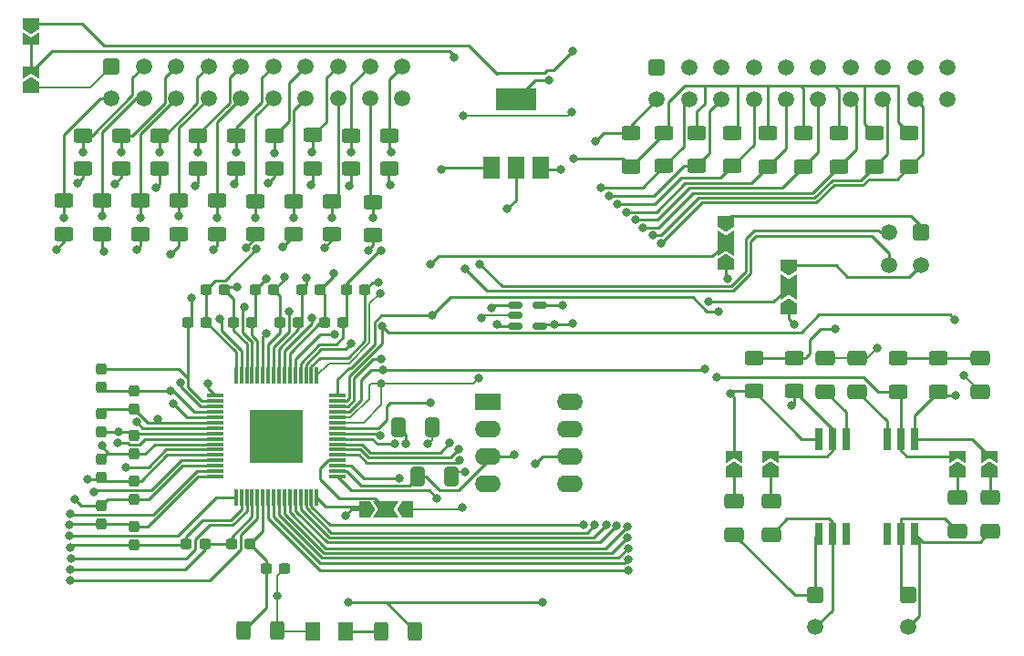
<source format=gbr>
%TF.GenerationSoftware,KiCad,Pcbnew,7.0.8*%
%TF.CreationDate,2024-05-16T20:38:27+02:00*%
%TF.ProjectId,FTCMS_V2,4654434d-535f-4563-922e-6b696361645f,rev?*%
%TF.SameCoordinates,Original*%
%TF.FileFunction,Copper,L1,Top*%
%TF.FilePolarity,Positive*%
%FSLAX46Y46*%
G04 Gerber Fmt 4.6, Leading zero omitted, Abs format (unit mm)*
G04 Created by KiCad (PCBNEW 7.0.8) date 2024-05-16 20:38:27*
%MOMM*%
%LPD*%
G01*
G04 APERTURE LIST*
G04 Aperture macros list*
%AMRoundRect*
0 Rectangle with rounded corners*
0 $1 Rounding radius*
0 $2 $3 $4 $5 $6 $7 $8 $9 X,Y pos of 4 corners*
0 Add a 4 corners polygon primitive as box body*
4,1,4,$2,$3,$4,$5,$6,$7,$8,$9,$2,$3,0*
0 Add four circle primitives for the rounded corners*
1,1,$1+$1,$2,$3*
1,1,$1+$1,$4,$5*
1,1,$1+$1,$6,$7*
1,1,$1+$1,$8,$9*
0 Add four rect primitives between the rounded corners*
20,1,$1+$1,$2,$3,$4,$5,0*
20,1,$1+$1,$4,$5,$6,$7,0*
20,1,$1+$1,$6,$7,$8,$9,0*
20,1,$1+$1,$8,$9,$2,$3,0*%
%AMFreePoly0*
4,1,6,1.000000,0.000000,0.500000,-0.750000,-0.500000,-0.750000,-0.500000,0.750000,0.500000,0.750000,1.000000,0.000000,1.000000,0.000000,$1*%
%AMFreePoly1*
4,1,7,0.700000,0.000000,1.200000,-0.750000,-1.200000,-0.750000,-0.700000,0.000000,-1.200000,0.750000,1.200000,0.750000,0.700000,0.000000,0.700000,0.000000,$1*%
%AMFreePoly2*
4,1,6,0.500000,-0.750000,-0.650000,-0.750000,-0.150000,0.000000,-0.650000,0.750000,0.500000,0.750000,0.500000,-0.750000,0.500000,-0.750000,$1*%
G04 Aperture macros list end*
%TA.AperFunction,SMDPad,CuDef*%
%ADD10RoundRect,0.237500X-0.237500X0.300000X-0.237500X-0.300000X0.237500X-0.300000X0.237500X0.300000X0*%
%TD*%
%TA.AperFunction,SMDPad,CuDef*%
%ADD11FreePoly0,0.000000*%
%TD*%
%TA.AperFunction,SMDPad,CuDef*%
%ADD12FreePoly1,0.000000*%
%TD*%
%TA.AperFunction,SMDPad,CuDef*%
%ADD13FreePoly0,180.000000*%
%TD*%
%TA.AperFunction,SMDPad,CuDef*%
%ADD14FreePoly0,270.000000*%
%TD*%
%TA.AperFunction,SMDPad,CuDef*%
%ADD15FreePoly2,270.000000*%
%TD*%
%TA.AperFunction,SMDPad,CuDef*%
%ADD16RoundRect,0.250000X0.650000X-0.412500X0.650000X0.412500X-0.650000X0.412500X-0.650000X-0.412500X0*%
%TD*%
%TA.AperFunction,SMDPad,CuDef*%
%ADD17RoundRect,0.250000X-0.412500X-0.650000X0.412500X-0.650000X0.412500X0.650000X-0.412500X0.650000X0*%
%TD*%
%TA.AperFunction,SMDPad,CuDef*%
%ADD18RoundRect,0.237500X-0.300000X-0.237500X0.300000X-0.237500X0.300000X0.237500X-0.300000X0.237500X0*%
%TD*%
%TA.AperFunction,SMDPad,CuDef*%
%ADD19RoundRect,0.250000X0.625000X-0.400000X0.625000X0.400000X-0.625000X0.400000X-0.625000X-0.400000X0*%
%TD*%
%TA.AperFunction,SMDPad,CuDef*%
%ADD20RoundRect,0.250000X-0.650000X0.412500X-0.650000X-0.412500X0.650000X-0.412500X0.650000X0.412500X0*%
%TD*%
%TA.AperFunction,SMDPad,CuDef*%
%ADD21RoundRect,0.250000X-0.625000X0.400000X-0.625000X-0.400000X0.625000X-0.400000X0.625000X0.400000X0*%
%TD*%
%TA.AperFunction,SMDPad,CuDef*%
%ADD22RoundRect,0.237500X0.300000X0.237500X-0.300000X0.237500X-0.300000X-0.237500X0.300000X-0.237500X0*%
%TD*%
%TA.AperFunction,SMDPad,CuDef*%
%ADD23FreePoly0,90.000000*%
%TD*%
%TA.AperFunction,SMDPad,CuDef*%
%ADD24FreePoly1,90.000000*%
%TD*%
%TA.AperFunction,SMDPad,CuDef*%
%ADD25FreePoly2,90.000000*%
%TD*%
%TA.AperFunction,ComponentPad*%
%ADD26RoundRect,0.250001X-0.499999X0.499999X-0.499999X-0.499999X0.499999X-0.499999X0.499999X0.499999X0*%
%TD*%
%TA.AperFunction,ComponentPad*%
%ADD27C,1.500000*%
%TD*%
%TA.AperFunction,ComponentPad*%
%ADD28R,2.400000X1.600000*%
%TD*%
%TA.AperFunction,ComponentPad*%
%ADD29O,2.400000X1.600000*%
%TD*%
%TA.AperFunction,SMDPad,CuDef*%
%ADD30RoundRect,0.250000X-0.400000X-0.625000X0.400000X-0.625000X0.400000X0.625000X-0.400000X0.625000X0*%
%TD*%
%TA.AperFunction,ComponentPad*%
%ADD31RoundRect,0.250001X-0.499999X-0.499999X0.499999X-0.499999X0.499999X0.499999X-0.499999X0.499999X0*%
%TD*%
%TA.AperFunction,SMDPad,CuDef*%
%ADD32RoundRect,0.150000X-0.512500X-0.150000X0.512500X-0.150000X0.512500X0.150000X-0.512500X0.150000X0*%
%TD*%
%TA.AperFunction,SMDPad,CuDef*%
%ADD33R,1.500000X2.000000*%
%TD*%
%TA.AperFunction,SMDPad,CuDef*%
%ADD34R,3.800000X2.000000*%
%TD*%
%TA.AperFunction,SMDPad,CuDef*%
%ADD35RoundRect,0.075000X-0.075000X0.700000X-0.075000X-0.700000X0.075000X-0.700000X0.075000X0.700000X0*%
%TD*%
%TA.AperFunction,SMDPad,CuDef*%
%ADD36RoundRect,0.075000X-0.700000X0.075000X-0.700000X-0.075000X0.700000X-0.075000X0.700000X0.075000X0*%
%TD*%
%TA.AperFunction,ComponentPad*%
%ADD37C,0.500000*%
%TD*%
%TA.AperFunction,SMDPad,CuDef*%
%ADD38R,5.000000X5.000000*%
%TD*%
%TA.AperFunction,SMDPad,CuDef*%
%ADD39R,0.760000X2.120000*%
%TD*%
%TA.AperFunction,SMDPad,CuDef*%
%ADD40R,0.761000X2.120000*%
%TD*%
%TA.AperFunction,SMDPad,CuDef*%
%ADD41RoundRect,0.250000X0.400000X0.625000X-0.400000X0.625000X-0.400000X-0.625000X0.400000X-0.625000X0*%
%TD*%
%TA.AperFunction,SMDPad,CuDef*%
%ADD42RoundRect,0.250001X-0.462499X-0.624999X0.462499X-0.624999X0.462499X0.624999X-0.462499X0.624999X0*%
%TD*%
%TA.AperFunction,ViaPad*%
%ADD43C,0.800000*%
%TD*%
%TA.AperFunction,Conductor*%
%ADD44C,0.200000*%
%TD*%
%TA.AperFunction,Conductor*%
%ADD45C,0.250000*%
%TD*%
G04 APERTURE END LIST*
D10*
%TO.P,C7,1*%
%TO.N,Net-(U1-C6)*%
X110896400Y-143967200D03*
%TO.P,C7,2*%
%TO.N,Net-(U1-C5)*%
X110896400Y-145692200D03*
%TD*%
D11*
%TO.P,DISCH Timer,1,A*%
%TO.N,Vreg*%
X135331200Y-148691600D03*
D12*
%TO.P,DISCH Timer,2,C*%
%TO.N,Net-(JP9-C)*%
X137331200Y-148691600D03*
D13*
%TO.P,DISCH Timer,3,B*%
%TO.N,V-*%
X139331200Y-148691600D03*
%TD*%
D10*
%TO.P,C4,1*%
%TO.N,Net-(U1-C3)*%
X113944400Y-150264200D03*
%TO.P,C4,2*%
%TO.N,C2*%
X113944400Y-151989200D03*
%TD*%
D14*
%TO.P,JP2,1,A*%
%TO.N,Vreg*%
X104394000Y-103526000D03*
D15*
%TO.P,JP2,2,B*%
%TO.N,ISOMD*%
X104394000Y-104976000D03*
%TD*%
D16*
%TO.P,C24,1*%
%TO.N,Net-(TR1-TXCT)*%
X181102000Y-137706500D03*
%TO.P,C24,2*%
%TO.N,V-*%
X181102000Y-134581500D03*
%TD*%
D17*
%TO.P,C22,1*%
%TO.N,Vref1*%
X138493100Y-141020800D03*
%TO.P,C22,2*%
%TO.N,V-*%
X141618100Y-141020800D03*
%TD*%
D18*
%TO.P,C3,1*%
%TO.N,C2*%
X118771500Y-151892000D03*
%TO.P,C3,2*%
%TO.N,C1*%
X120496500Y-151892000D03*
%TD*%
D19*
%TO.P,RT7,1*%
%TO.N,GPIO3*%
X179348000Y-116840000D03*
%TO.P,RT7,2*%
%TO.N,Net-(OP1--IN)*%
X179348000Y-113740000D03*
%TD*%
D20*
%TO.P,C31,1*%
%TO.N,Net-(JP7-A)*%
X173075600Y-147891100D03*
%TO.P,C31,2*%
%TO.N,Net-(J6-Pin_2)*%
X173075600Y-151016100D03*
%TD*%
D19*
%TO.P,R30,1*%
%TO.N,IPB*%
X184912000Y-137744800D03*
%TO.P,R30,2*%
%TO.N,Net-(C26-Pad2)*%
X184912000Y-134644800D03*
%TD*%
D21*
%TO.P,R10B1,1*%
%TO.N,Net-(J1-Pin_11)*%
X123444000Y-113919000D03*
%TO.P,R10B1,2*%
%TO.N,Net-(U1-S10)*%
X123444000Y-117019000D03*
%TD*%
D10*
%TO.P,C8,1*%
%TO.N,Net-(U1-C7)*%
X113944400Y-141781700D03*
%TO.P,C8,2*%
%TO.N,Net-(U1-C6)*%
X113944400Y-143506700D03*
%TD*%
D22*
%TO.P,C12,1*%
%TO.N,Net-(U1-C11)*%
X120650000Y-131318000D03*
%TO.P,C12,2*%
%TO.N,Net-(U1-C10)*%
X118925000Y-131318000D03*
%TD*%
D19*
%TO.P,R31,1*%
%TO.N,IPA*%
X171500800Y-137694000D03*
%TO.P,R31,2*%
%TO.N,Net-(C25-Pad2)*%
X171500800Y-134594000D03*
%TD*%
D21*
%TO.P,R9B1,1*%
%TO.N,Net-(J1-Pin_10)*%
X121666000Y-119989000D03*
%TO.P,R9B1,2*%
%TO.N,Net-(U1-S9)*%
X121666000Y-123089000D03*
%TD*%
D23*
%TO.P,IPA-SCK,1,A*%
%TO.N,IPA*%
X168859200Y-125901200D03*
D24*
%TO.P,IPA-SCK,2,C*%
%TO.N,Net-(JP4-C)*%
X168859200Y-123901200D03*
D14*
%TO.P,IPA-SCK,3,B*%
%TO.N,SCK*%
X168859200Y-121901200D03*
%TD*%
D23*
%TO.P,JP6,1,A*%
%TO.N,Net-(JP6-A)*%
X193344800Y-145163200D03*
D25*
%TO.P,JP6,2,B*%
%TO.N,IMB*%
X193344800Y-143713200D03*
%TD*%
D21*
%TO.P,R2B1,1*%
%TO.N,Net-(J1-Pin_3)*%
X109220000Y-113919000D03*
%TO.P,R2B1,2*%
%TO.N,S2*%
X109220000Y-117019000D03*
%TD*%
D22*
%TO.P,C19,1*%
%TO.N,Net-(U1-C18)*%
X135382000Y-128270000D03*
%TO.P,C19,2*%
%TO.N,Net-(U1-C17)*%
X133657000Y-128270000D03*
%TD*%
D10*
%TO.P,C11,1*%
%TO.N,Net-(U1-C10)*%
X110896400Y-135585200D03*
%TO.P,C11,2*%
%TO.N,Net-(U1-C9)*%
X110896400Y-137310200D03*
%TD*%
D17*
%TO.P,C23,1*%
%TO.N,Vref2*%
X140232600Y-145643600D03*
%TO.P,C23,2*%
%TO.N,V-*%
X143357600Y-145643600D03*
%TD*%
D21*
%TO.P,R6B1,1*%
%TO.N,Net-(J1-Pin_7)*%
X116332000Y-113919000D03*
%TO.P,R6B1,2*%
%TO.N,Net-(U1-S6)*%
X116332000Y-117019000D03*
%TD*%
D20*
%TO.P,C29,1*%
%TO.N,Net-(JP6-A)*%
X193446400Y-147586300D03*
%TO.P,C29,2*%
%TO.N,Net-(J3-Pin_2)*%
X193446400Y-150711300D03*
%TD*%
D19*
%TO.P,RT1,1*%
%TO.N,Net-(OP1--IN)*%
X160068000Y-116814000D03*
%TO.P,RT1,2*%
%TO.N,GPIO9*%
X160068000Y-113714000D03*
%TD*%
D21*
%TO.P,R1B1,1*%
%TO.N,Net-(J1-Pin_2)*%
X107442000Y-119963000D03*
%TO.P,R1B1,2*%
%TO.N,S1*%
X107442000Y-123063000D03*
%TD*%
D19*
%TO.P,RT9,1*%
%TO.N,GPIO1*%
X185928000Y-116840000D03*
%TO.P,RT9,2*%
%TO.N,Net-(OP1--IN)*%
X185928000Y-113740000D03*
%TD*%
D20*
%TO.P,C32,1*%
%TO.N,Net-(JP8-A)*%
X169672000Y-147891100D03*
%TO.P,C32,2*%
%TO.N,Net-(J6-Pin_1)*%
X169672000Y-151016100D03*
%TD*%
D21*
%TO.P,R13B1,1*%
%TO.N,Net-(J1-Pin_14)*%
X128778000Y-120015000D03*
%TO.P,R13B1,2*%
%TO.N,Net-(U1-S13)*%
X128778000Y-123115000D03*
%TD*%
%TO.P,R5B1,1*%
%TO.N,Net-(J1-Pin_6)*%
X114554000Y-119963000D03*
%TO.P,R5B1,2*%
%TO.N,Net-(U1-S5)*%
X114554000Y-123063000D03*
%TD*%
D23*
%TO.P,JP7,1,A*%
%TO.N,Net-(JP7-A)*%
X173024800Y-145163200D03*
D25*
%TO.P,JP7,2,B*%
%TO.N,IMA*%
X173024800Y-143713200D03*
%TD*%
D20*
%TO.P,C27,1*%
%TO.N,V-*%
X178104800Y-134581500D03*
%TO.P,C27,2*%
%TO.N,Net-(TR1-RXCT)*%
X178104800Y-137706500D03*
%TD*%
D26*
%TO.P,J4,1,Pin_1*%
%TO.N,SCK*%
X186992800Y-122960000D03*
D27*
%TO.P,J4,2,Pin_2*%
%TO.N,CS*%
X186992800Y-125960000D03*
%TO.P,J4,3,Pin_3*%
%TO.N,MOSI*%
X183992800Y-122960000D03*
%TO.P,J4,4,Pin_4*%
%TO.N,MISO*%
X183992800Y-125960000D03*
%TD*%
D28*
%TO.P,OP1,1*%
%TO.N,N/C*%
X146812000Y-138684000D03*
D29*
%TO.P,OP1,2,-IN*%
%TO.N,Net-(OP1--IN)*%
X146812000Y-141224000D03*
%TO.P,OP1,3,+IN*%
%TO.N,Vref2*%
X146812000Y-143764000D03*
%TO.P,OP1,4,V-*%
%TO.N,V-*%
X146812000Y-146304000D03*
%TO.P,OP1,5,SHDN*%
%TO.N,unconnected-(OP1-SHDN-Pad5)*%
X154432000Y-146304000D03*
%TO.P,OP1,6,OUT*%
%TO.N,Net-(OP1--IN)*%
X154432000Y-143764000D03*
%TO.P,OP1,7,V+*%
%TO.N,Vreg*%
X154432000Y-141224000D03*
%TO.P,OP1,8*%
%TO.N,N/C*%
X154432000Y-138684000D03*
%TD*%
D10*
%TO.P,C6,1*%
%TO.N,Net-(U1-C5)*%
X113944400Y-145999200D03*
%TO.P,C6,2*%
%TO.N,Net-(U1-C4)*%
X113944400Y-147724200D03*
%TD*%
D19*
%TO.P,R24,1*%
%TO.N,IMA*%
X175209200Y-137694000D03*
%TO.P,R24,2*%
%TO.N,Net-(C25-Pad2)*%
X175209200Y-134594000D03*
%TD*%
D22*
%TO.P,C15,1*%
%TO.N,Net-(U1-C14)*%
X126899500Y-128270000D03*
%TO.P,C15,2*%
%TO.N,Net-(U1-C13)*%
X125174500Y-128270000D03*
%TD*%
D21*
%TO.P,R15B1,1*%
%TO.N,Net-(J1-Pin_16)*%
X132334000Y-120015000D03*
%TO.P,R15B1,2*%
%TO.N,Net-(U1-S15)*%
X132334000Y-123115000D03*
%TD*%
D22*
%TO.P,C18,1*%
%TO.N,Net-(U1-C17)*%
X133350000Y-131318000D03*
%TO.P,C18,2*%
%TO.N,Net-(U1-C16)*%
X131625000Y-131318000D03*
%TD*%
D19*
%TO.P,RT5,1*%
%TO.N,GPIO5*%
X172768000Y-116840000D03*
%TO.P,RT5,2*%
%TO.N,Net-(OP1--IN)*%
X172768000Y-113740000D03*
%TD*%
D21*
%TO.P,R11B1,1*%
%TO.N,Net-(J1-Pin_12)*%
X125222000Y-120015000D03*
%TO.P,R11B1,2*%
%TO.N,Net-(U1-S11)*%
X125222000Y-123115000D03*
%TD*%
D19*
%TO.P,RT2,1*%
%TO.N,GPIO8*%
X163116000Y-116788000D03*
%TO.P,RT2,2*%
%TO.N,Net-(OP1--IN)*%
X163116000Y-113688000D03*
%TD*%
D30*
%TO.P,R22,1*%
%TO.N,Net-(D1-A)*%
X136880000Y-159969200D03*
%TO.P,R22,2*%
%TO.N,Vreg*%
X139980000Y-159969200D03*
%TD*%
D21*
%TO.P,R14B1,1*%
%TO.N,Net-(J1-Pin_15)*%
X130556000Y-113893000D03*
%TO.P,R14B1,2*%
%TO.N,Net-(U1-S14)*%
X130556000Y-116993000D03*
%TD*%
D31*
%TO.P,J6,1,Pin_1*%
%TO.N,Net-(J6-Pin_1)*%
X177190400Y-156626800D03*
D27*
%TO.P,J6,2,Pin_2*%
%TO.N,Net-(J6-Pin_2)*%
X177190400Y-159626800D03*
%TD*%
D10*
%TO.P,C9,1*%
%TO.N,Net-(U1-C8)*%
X110896400Y-139749700D03*
%TO.P,C9,2*%
%TO.N,Net-(U1-C7)*%
X110896400Y-141474700D03*
%TD*%
D23*
%TO.P,JP1,1,A*%
%TO.N,V-*%
X104394000Y-109474000D03*
D25*
%TO.P,JP1,2,B*%
%TO.N,ISOMD*%
X104394000Y-108024000D03*
%TD*%
D21*
%TO.P,R4B1,1*%
%TO.N,Net-(J1-Pin_5)*%
X112776000Y-113919000D03*
%TO.P,R4B1,2*%
%TO.N,Net-(U1-S4)*%
X112776000Y-117019000D03*
%TD*%
D19*
%TO.P,R21,1*%
%TO.N,IMB*%
X188620400Y-137744800D03*
%TO.P,R21,2*%
%TO.N,Net-(C26-Pad2)*%
X188620400Y-134644800D03*
%TD*%
D21*
%TO.P,R16B1,1*%
%TO.N,Net-(J1-Pin_17)*%
X134112000Y-113919000D03*
%TO.P,R16B1,2*%
%TO.N,Net-(U1-S16)*%
X134112000Y-117019000D03*
%TD*%
D32*
%TO.P,U2,1,+*%
%TO.N,Vref2*%
X149332100Y-129707600D03*
%TO.P,U2,2,V-*%
%TO.N,V-*%
X149332100Y-130657600D03*
%TO.P,U2,3,-*%
%TO.N,Net-(OP1--IN)*%
X149332100Y-131607600D03*
%TO.P,U2,4*%
X151607100Y-131607600D03*
%TO.P,U2,5,V+*%
%TO.N,Vreg*%
X151607100Y-129707600D03*
%TD*%
D21*
%TO.P,R18B1,1*%
%TO.N,Net-(J1-Pin_19)*%
X137668000Y-113919000D03*
%TO.P,R18B1,2*%
%TO.N,Net-(U1-S18)*%
X137668000Y-117019000D03*
%TD*%
D20*
%TO.P,C30,1*%
%TO.N,Net-(JP5-A)*%
X190347600Y-147586300D03*
%TO.P,C30,2*%
%TO.N,Net-(J3-Pin_1)*%
X190347600Y-150711300D03*
%TD*%
D33*
%TO.P,Q1,1,B*%
%TO.N,VDRIVE*%
X147102800Y-116891600D03*
%TO.P,Q1,2,C*%
%TO.N,Net-(Q1-C)*%
X149402800Y-116891600D03*
D34*
X149402800Y-110591600D03*
D33*
%TO.P,Q1,3,E*%
%TO.N,Vreg*%
X151702800Y-116891600D03*
%TD*%
D18*
%TO.P,C2,1*%
%TO.N,C1*%
X122989000Y-151892000D03*
%TO.P,C2,2*%
%TO.N,C0*%
X124714000Y-151892000D03*
%TD*%
D35*
%TO.P,U1,1,V+*%
%TO.N,V+*%
X130886000Y-136193000D03*
%TO.P,U1,2,C18*%
%TO.N,Net-(U1-C18)*%
X130386000Y-136193000D03*
%TO.P,U1,3,S18*%
%TO.N,Net-(U1-S18)*%
X129886000Y-136193000D03*
%TO.P,U1,4,C17*%
%TO.N,Net-(U1-C17)*%
X129386000Y-136193000D03*
%TO.P,U1,5,S17*%
%TO.N,Net-(U1-S17)*%
X128886000Y-136193000D03*
%TO.P,U1,6,C16*%
%TO.N,Net-(U1-C16)*%
X128386000Y-136193000D03*
%TO.P,U1,7,S16*%
%TO.N,Net-(U1-S16)*%
X127886000Y-136193000D03*
%TO.P,U1,8,C15*%
%TO.N,Net-(U1-C15)*%
X127386000Y-136193000D03*
%TO.P,U1,9,S15*%
%TO.N,Net-(U1-S15)*%
X126886000Y-136193000D03*
%TO.P,U1,10,C14*%
%TO.N,Net-(U1-C14)*%
X126386000Y-136193000D03*
%TO.P,U1,11,S14*%
%TO.N,Net-(U1-S14)*%
X125886000Y-136193000D03*
%TO.P,U1,12,C13*%
%TO.N,Net-(U1-C13)*%
X125386000Y-136193000D03*
%TO.P,U1,13,S13*%
%TO.N,Net-(U1-S13)*%
X124886000Y-136193000D03*
%TO.P,U1,14,C12*%
%TO.N,Net-(U1-C12)*%
X124386000Y-136193000D03*
%TO.P,U1,15,S12*%
%TO.N,Net-(U1-S12)*%
X123886000Y-136193000D03*
%TO.P,U1,16,C11*%
%TO.N,Net-(U1-C11)*%
X123386000Y-136193000D03*
D36*
%TO.P,U1,17,S11*%
%TO.N,Net-(U1-S11)*%
X121461000Y-138118000D03*
%TO.P,U1,18,C10*%
%TO.N,Net-(U1-C10)*%
X121461000Y-138618000D03*
%TO.P,U1,19,S10*%
%TO.N,Net-(U1-S10)*%
X121461000Y-139118000D03*
%TO.P,U1,20,C9*%
%TO.N,Net-(U1-C9)*%
X121461000Y-139618000D03*
%TO.P,U1,21,S9*%
%TO.N,Net-(U1-S9)*%
X121461000Y-140118000D03*
%TO.P,U1,22,C8*%
%TO.N,Net-(U1-C8)*%
X121461000Y-140618000D03*
%TO.P,U1,23,S8*%
%TO.N,Net-(U1-S8)*%
X121461000Y-141118000D03*
%TO.P,U1,24,C7*%
%TO.N,Net-(U1-C7)*%
X121461000Y-141618000D03*
%TO.P,U1,25,S7*%
%TO.N,Net-(U1-S7)*%
X121461000Y-142118000D03*
%TO.P,U1,26,C6*%
%TO.N,Net-(U1-C6)*%
X121461000Y-142618000D03*
%TO.P,U1,27,S6*%
%TO.N,Net-(U1-S6)*%
X121461000Y-143118000D03*
%TO.P,U1,28,C5*%
%TO.N,Net-(U1-C5)*%
X121461000Y-143618000D03*
%TO.P,U1,29,S5*%
%TO.N,Net-(U1-S5)*%
X121461000Y-144118000D03*
%TO.P,U1,30,C4*%
%TO.N,Net-(U1-C4)*%
X121461000Y-144618000D03*
%TO.P,U1,31,S4*%
%TO.N,Net-(U1-S4)*%
X121461000Y-145118000D03*
%TO.P,U1,32,C3*%
%TO.N,Net-(U1-C3)*%
X121461000Y-145618000D03*
D35*
%TO.P,U1,33,S3*%
%TO.N,S3*%
X123386000Y-147543000D03*
%TO.P,U1,34,C2*%
%TO.N,C2*%
X123886000Y-147543000D03*
%TO.P,U1,35,S2*%
%TO.N,S2*%
X124386000Y-147543000D03*
%TO.P,U1,36,C1*%
%TO.N,C1*%
X124886000Y-147543000D03*
%TO.P,U1,37,S1*%
%TO.N,S1*%
X125386000Y-147543000D03*
%TO.P,U1,38,C0*%
%TO.N,C0*%
X125886000Y-147543000D03*
%TO.P,U1,39,GPIO1*%
%TO.N,GPIO1*%
X126386000Y-147543000D03*
%TO.P,U1,40,GPIO2*%
%TO.N,GPIO2*%
X126886000Y-147543000D03*
%TO.P,U1,41,GPIO3*%
%TO.N,GPIO3*%
X127386000Y-147543000D03*
%TO.P,U1,42,GPIO4*%
%TO.N,GPIO4*%
X127886000Y-147543000D03*
%TO.P,U1,43,GPIO5*%
%TO.N,GPIO5*%
X128386000Y-147543000D03*
%TO.P,U1,44,GPIO6*%
%TO.N,GPIO6*%
X128886000Y-147543000D03*
%TO.P,U1,45,GPIO7*%
%TO.N,GPIO7*%
X129386000Y-147543000D03*
%TO.P,U1,46,GPIO8*%
%TO.N,GPIO8*%
X129886000Y-147543000D03*
%TO.P,U1,47,GPIO9*%
%TO.N,GPIO9*%
X130386000Y-147543000D03*
%TO.P,U1,48,VREG*%
%TO.N,Vreg*%
X130886000Y-147543000D03*
D36*
%TO.P,U1,49,VDRIVE*%
%TO.N,VDRIVE*%
X132811000Y-145618000D03*
%TO.P,U1,50,VREF2*%
%TO.N,Vref2*%
X132811000Y-145118000D03*
%TO.P,U1,51,VREF1*%
%TO.N,Vref1*%
X132811000Y-144618000D03*
%TO.P,U1,52,DTEN*%
%TO.N,Net-(JP9-C)*%
X132811000Y-144118000D03*
%TO.P,U1,53,SDINC*%
%TO.N,MOSI*%
X132811000Y-143618000D03*
%TO.P,U1,54,SDONC*%
%TO.N,MISO*%
X132811000Y-143118000D03*
%TO.P,U1,55,ISOMD*%
%TO.N,ISOMD*%
X132811000Y-142618000D03*
%TO.P,U1,56,WDT*%
%TO.N,Net-(U1-WDT)*%
X132811000Y-142118000D03*
%TO.P,U1,57,IBIAS*%
%TO.N,IBIAS*%
X132811000Y-141618000D03*
%TO.P,U1,58,ICMP*%
%TO.N,ICMP*%
X132811000Y-141118000D03*
%TO.P,U1,59,V-*%
%TO.N,V-*%
X132811000Y-140618000D03*
%TO.P,U1,60,V-*%
X132811000Y-140118000D03*
%TO.P,U1,61,CSBIMA*%
%TO.N,Net-(JP3-C)*%
X132811000Y-139618000D03*
%TO.P,U1,62,SCKIPA*%
%TO.N,Net-(JP4-C)*%
X132811000Y-139118000D03*
%TO.P,U1,63,IMB*%
%TO.N,IMB*%
X132811000Y-138618000D03*
%TO.P,U1,64,IPB*%
%TO.N,IPB*%
X132811000Y-138118000D03*
D37*
%TO.P,U1,65*%
%TO.N,N/C*%
X128936000Y-140068000D03*
X127736000Y-140068000D03*
X126536000Y-140068000D03*
X125336000Y-140068000D03*
X128936000Y-141268000D03*
X127736000Y-141268000D03*
X126536000Y-141268000D03*
X125336000Y-141268000D03*
D38*
X127136000Y-141868000D03*
D37*
X128936000Y-142468000D03*
X127736000Y-142468000D03*
X126536000Y-142468000D03*
X125336000Y-142468000D03*
X128936000Y-143668000D03*
X127736000Y-143668000D03*
X126536000Y-143668000D03*
X125336000Y-143668000D03*
%TD*%
D39*
%TO.P,TR1,1,RD+*%
%TO.N,Net-(J6-Pin_1)*%
X177495700Y-150926800D03*
D40*
%TO.P,TR1,2,RD-*%
%TO.N,Net-(J6-Pin_2)*%
X178765200Y-150926800D03*
%TO.P,TR1,3,RDCT*%
%TO.N,unconnected-(TR1-RDCT-Pad3)*%
X180035200Y-150926800D03*
%TO.P,TR1,4,TDCT*%
%TO.N,unconnected-(TR1-TDCT-Pad4)*%
X183845200Y-150926800D03*
D39*
%TO.P,TR1,5,TD+*%
%TO.N,Net-(J3-Pin_1)*%
X185115700Y-150926800D03*
D40*
%TO.P,TR1,6,TD-*%
%TO.N,Net-(J3-Pin_2)*%
X186385200Y-150926800D03*
D39*
%TO.P,TR1,7,TX-*%
%TO.N,IMB*%
X186385700Y-142124800D03*
D40*
%TO.P,TR1,8,TX+*%
%TO.N,IPB*%
X185116200Y-142124800D03*
D39*
%TO.P,TR1,9,TXCT*%
%TO.N,Net-(TR1-TXCT)*%
X183845700Y-142124800D03*
%TO.P,TR1,10,RXCT*%
%TO.N,Net-(TR1-RXCT)*%
X180035700Y-142124800D03*
D40*
%TO.P,TR1,11,RX-*%
%TO.N,IMA*%
X178766200Y-142124800D03*
D39*
%TO.P,TR1,12,RX+*%
%TO.N,IPA*%
X177495700Y-142124800D03*
%TD*%
D10*
%TO.P,C10,1*%
%TO.N,Net-(U1-C9)*%
X113944400Y-137617200D03*
%TO.P,C10,2*%
%TO.N,Net-(U1-C8)*%
X113944400Y-139342200D03*
%TD*%
D21*
%TO.P,R17B1,1*%
%TO.N,Net-(J1-Pin_18)*%
X136144000Y-120116000D03*
%TO.P,R17B1,2*%
%TO.N,Net-(U1-S17)*%
X136144000Y-123216000D03*
%TD*%
D16*
%TO.P,C26,1*%
%TO.N,V-*%
X192481200Y-137757300D03*
%TO.P,C26,2*%
%TO.N,Net-(C26-Pad2)*%
X192481200Y-134632300D03*
%TD*%
D23*
%TO.P,IMA-CS,1,A*%
%TO.N,IMA*%
X174701200Y-129996800D03*
D24*
%TO.P,IMA-CS,2,C*%
%TO.N,Net-(JP3-C)*%
X174701200Y-127996800D03*
D14*
%TO.P,IMA-CS,3,B*%
%TO.N,CS*%
X174701200Y-125996800D03*
%TD*%
D23*
%TO.P,JP5,1,A*%
%TO.N,Net-(JP5-A)*%
X190398400Y-145163200D03*
D25*
%TO.P,JP5,2,B*%
%TO.N,IPB*%
X190398400Y-143713200D03*
%TD*%
D22*
%TO.P,C17,1*%
%TO.N,Net-(U1-C16)*%
X131191000Y-128270000D03*
%TO.P,C17,2*%
%TO.N,Net-(U1-C15)*%
X129466000Y-128270000D03*
%TD*%
D19*
%TO.P,RT4,1*%
%TO.N,GPIO6*%
X169466000Y-116788000D03*
%TO.P,RT4,2*%
%TO.N,Net-(OP1--IN)*%
X169466000Y-113688000D03*
%TD*%
D21*
%TO.P,R12B1,1*%
%TO.N,Net-(J1-Pin_13)*%
X127000000Y-113919000D03*
%TO.P,R12B1,2*%
%TO.N,Net-(U1-S12)*%
X127000000Y-117019000D03*
%TD*%
D10*
%TO.P,C5,1*%
%TO.N,Net-(U1-C4)*%
X110896400Y-148285200D03*
%TO.P,C5,2*%
%TO.N,Net-(U1-C3)*%
X110896400Y-150010200D03*
%TD*%
D22*
%TO.P,C14,1*%
%TO.N,Net-(U1-C13)*%
X124867500Y-131318000D03*
%TO.P,C14,2*%
%TO.N,Net-(U1-C12)*%
X123142500Y-131318000D03*
%TD*%
%TO.P,C13,1*%
%TO.N,Net-(U1-C12)*%
X122327500Y-128270000D03*
%TO.P,C13,2*%
%TO.N,Net-(U1-C11)*%
X120602500Y-128270000D03*
%TD*%
D31*
%TO.P,J2,1,Pin_1*%
%TO.N,V-*%
X162458400Y-107594400D03*
D27*
%TO.P,J2,2,Pin_2*%
%TO.N,GPIO9*%
X162458400Y-110594400D03*
%TO.P,J2,3,Pin_3*%
%TO.N,V-*%
X165458400Y-107594400D03*
%TO.P,J2,4,Pin_4*%
%TO.N,GPIO8*%
X165458400Y-110594400D03*
%TO.P,J2,5,Pin_5*%
%TO.N,V-*%
X168458400Y-107594400D03*
%TO.P,J2,6,Pin_6*%
%TO.N,GPIO7*%
X168458400Y-110594400D03*
%TO.P,J2,7,Pin_7*%
%TO.N,V-*%
X171458400Y-107594400D03*
%TO.P,J2,8,Pin_8*%
%TO.N,GPIO6*%
X171458400Y-110594400D03*
%TO.P,J2,9,Pin_9*%
%TO.N,V-*%
X174458400Y-107594400D03*
%TO.P,J2,10,Pin_10*%
%TO.N,GPIO5*%
X174458400Y-110594400D03*
%TO.P,J2,11,Pin_11*%
%TO.N,V-*%
X177458400Y-107594400D03*
%TO.P,J2,12,Pin_12*%
%TO.N,GPIO4*%
X177458400Y-110594400D03*
%TO.P,J2,13,Pin_13*%
%TO.N,V-*%
X180458400Y-107594400D03*
%TO.P,J2,14,Pin_14*%
%TO.N,GPIO3*%
X180458400Y-110594400D03*
%TO.P,J2,15,Pin_15*%
%TO.N,V-*%
X183458400Y-107594400D03*
%TO.P,J2,16,Pin_16*%
%TO.N,GPIO2*%
X183458400Y-110594400D03*
%TO.P,J2,17,Pin_17*%
%TO.N,V-*%
X186458400Y-107594400D03*
%TO.P,J2,18,Pin_18*%
%TO.N,GPIO1*%
X186458400Y-110594400D03*
%TO.P,J2,19,Pin_19*%
%TO.N,V-*%
X189458400Y-107594400D03*
%TO.P,J2,20,Pin_20*%
%TO.N,unconnected-(J2-Pin_20-Pad20)*%
X189458400Y-110594400D03*
%TD*%
D41*
%TO.P,R0,1*%
%TO.N,V-*%
X127178400Y-159918400D03*
%TO.P,R0,2*%
%TO.N,C0*%
X124078400Y-159918400D03*
%TD*%
D22*
%TO.P,C16,1*%
%TO.N,Net-(U1-C15)*%
X129185500Y-131318000D03*
%TO.P,C16,2*%
%TO.N,Net-(U1-C14)*%
X127460500Y-131318000D03*
%TD*%
D19*
%TO.P,RT6,1*%
%TO.N,GPIO4*%
X176058000Y-116840000D03*
%TO.P,RT6,2*%
%TO.N,Net-(OP1--IN)*%
X176058000Y-113740000D03*
%TD*%
%TO.P,RT3,1*%
%TO.N,GPIO7*%
X166176000Y-116788000D03*
%TO.P,RT3,2*%
%TO.N,Net-(OP1--IN)*%
X166176000Y-113688000D03*
%TD*%
D31*
%TO.P,J3,1,Pin_1*%
%TO.N,Net-(J3-Pin_1)*%
X185775600Y-156626800D03*
D27*
%TO.P,J3,2,Pin_2*%
%TO.N,Net-(J3-Pin_2)*%
X185775600Y-159626800D03*
%TD*%
D21*
%TO.P,R3B1,1*%
%TO.N,Net-(J1-Pin_4)*%
X110998000Y-119963000D03*
%TO.P,R3B1,2*%
%TO.N,S3*%
X110998000Y-123063000D03*
%TD*%
D42*
%TO.P,D1,1,K*%
%TO.N,V-*%
X130556000Y-159969200D03*
%TO.P,D1,2,A*%
%TO.N,Net-(D1-A)*%
X133531000Y-159969200D03*
%TD*%
D21*
%TO.P,R7B1,1*%
%TO.N,Net-(J1-Pin_8)*%
X118110000Y-119963000D03*
%TO.P,R7B1,2*%
%TO.N,Net-(U1-S7)*%
X118110000Y-123063000D03*
%TD*%
D23*
%TO.P,JP8,1,A*%
%TO.N,Net-(JP8-A)*%
X169672000Y-145214000D03*
D25*
%TO.P,JP8,2,B*%
%TO.N,IPA*%
X169672000Y-143764000D03*
%TD*%
D19*
%TO.P,RT8,1*%
%TO.N,GPIO2*%
X182638000Y-116840000D03*
%TO.P,RT8,2*%
%TO.N,Net-(OP1--IN)*%
X182638000Y-113740000D03*
%TD*%
D31*
%TO.P,J1,1,Pin_1*%
%TO.N,V-*%
X111849000Y-107490000D03*
D27*
%TO.P,J1,2,Pin_2*%
%TO.N,Net-(J1-Pin_2)*%
X111849000Y-110490000D03*
%TO.P,J1,3,Pin_3*%
%TO.N,Net-(J1-Pin_3)*%
X114849000Y-107490000D03*
%TO.P,J1,4,Pin_4*%
%TO.N,Net-(J1-Pin_4)*%
X114849000Y-110490000D03*
%TO.P,J1,5,Pin_5*%
%TO.N,Net-(J1-Pin_5)*%
X117849000Y-107490000D03*
%TO.P,J1,6,Pin_6*%
%TO.N,Net-(J1-Pin_6)*%
X117849000Y-110490000D03*
%TO.P,J1,7,Pin_7*%
%TO.N,Net-(J1-Pin_7)*%
X120849000Y-107490000D03*
%TO.P,J1,8,Pin_8*%
%TO.N,Net-(J1-Pin_8)*%
X120849000Y-110490000D03*
%TO.P,J1,9,Pin_9*%
%TO.N,Net-(J1-Pin_9)*%
X123849000Y-107490000D03*
%TO.P,J1,10,Pin_10*%
%TO.N,Net-(J1-Pin_10)*%
X123849000Y-110490000D03*
%TO.P,J1,11,Pin_11*%
%TO.N,Net-(J1-Pin_11)*%
X126849000Y-107490000D03*
%TO.P,J1,12,Pin_12*%
%TO.N,Net-(J1-Pin_12)*%
X126849000Y-110490000D03*
%TO.P,J1,13,Pin_13*%
%TO.N,Net-(J1-Pin_13)*%
X129849000Y-107490000D03*
%TO.P,J1,14,Pin_14*%
%TO.N,Net-(J1-Pin_14)*%
X129849000Y-110490000D03*
%TO.P,J1,15,Pin_15*%
%TO.N,Net-(J1-Pin_15)*%
X132849000Y-107490000D03*
%TO.P,J1,16,Pin_16*%
%TO.N,Net-(J1-Pin_16)*%
X132849000Y-110490000D03*
%TO.P,J1,17,Pin_17*%
%TO.N,Net-(J1-Pin_17)*%
X135849000Y-107490000D03*
%TO.P,J1,18,Pin_18*%
%TO.N,Net-(J1-Pin_18)*%
X135849000Y-110490000D03*
%TO.P,J1,19,Pin_19*%
%TO.N,Net-(J1-Pin_19)*%
X138849000Y-107490000D03*
%TO.P,J1,20,Pin_20*%
%TO.N,unconnected-(J1-Pin_20-Pad20)*%
X138849000Y-110490000D03*
%TD*%
D18*
%TO.P,C28,1*%
%TO.N,C0*%
X126188300Y-154127200D03*
%TO.P,C28,2*%
%TO.N,V-*%
X127913300Y-154127200D03*
%TD*%
D21*
%TO.P,R8B1,1*%
%TO.N,Net-(J1-Pin_9)*%
X119888000Y-113919000D03*
%TO.P,R8B1,2*%
%TO.N,Net-(U1-S8)*%
X119888000Y-117019000D03*
%TD*%
D43*
%TO.N,V+*%
X154533600Y-111760000D03*
X136753600Y-128574800D03*
X144526000Y-112064800D03*
%TO.N,V-*%
X182930800Y-133654800D03*
X145948400Y-136462100D03*
X141224000Y-142595600D03*
X144373600Y-148488400D03*
X136906000Y-136956800D03*
X127178400Y-156667200D03*
X144678400Y-145186400D03*
X146175300Y-130860800D03*
X191008000Y-136245600D03*
%TO.N,Net-(U1-C3)*%
X107948267Y-150096121D03*
%TO.N,Net-(U1-C4)*%
X108458000Y-147726400D03*
%TO.N,Net-(U1-C5)*%
X109575600Y-145846800D03*
%TO.N,Net-(U1-C6)*%
X110998000Y-142748000D03*
%TO.N,Net-(U1-C7)*%
X112522000Y-141474700D03*
%TO.N,Net-(U1-C8)*%
X116122200Y-140258800D03*
%TO.N,Net-(U1-C9)*%
X117297200Y-137617200D03*
%TO.N,Net-(U1-C10)*%
X119278400Y-128981200D03*
%TO.N,Net-(U1-C11)*%
X125296228Y-124468556D03*
%TO.N,Net-(U1-C12)*%
X123470733Y-127972396D03*
%TO.N,Net-(U1-C13)*%
X126187200Y-127203200D03*
%TO.N,Net-(U1-C14)*%
X127863997Y-127077981D03*
%TO.N,Net-(U1-C15)*%
X129946400Y-127152400D03*
%TO.N,Net-(U1-C16)*%
X132459451Y-126769851D03*
%TO.N,Net-(U1-C17)*%
X136900000Y-124600000D03*
%TO.N,Net-(U1-C18)*%
X136601200Y-127558800D03*
%TO.N,C2*%
X108000800Y-152196800D03*
%TO.N,C1*%
X108000800Y-154228800D03*
%TO.N,Vreg*%
X153720800Y-129692400D03*
X133553200Y-149250400D03*
X154635200Y-106070400D03*
X133807200Y-157327600D03*
X153517600Y-117094000D03*
X151892000Y-157276800D03*
%TO.N,Net-(Q1-C)*%
X152450800Y-108813600D03*
X148590000Y-120751600D03*
%TO.N,Vref1*%
X138582400Y-145745200D03*
X139192000Y-142595600D03*
%TO.N,Vref2*%
X147116800Y-129946400D03*
X149250400Y-143611600D03*
%TO.N,Net-(C25-Pad2)*%
X179019200Y-131927600D03*
%TO.N,Net-(J1-Pin_2)*%
X107442000Y-121539000D03*
%TO.N,Net-(J1-Pin_3)*%
X109220000Y-115443000D03*
%TO.N,Net-(J1-Pin_4)*%
X110998000Y-121412000D03*
%TO.N,Net-(J1-Pin_5)*%
X112776000Y-115443000D03*
%TO.N,Net-(J1-Pin_6)*%
X114554000Y-121539000D03*
%TO.N,Net-(J1-Pin_7)*%
X116332000Y-115443000D03*
%TO.N,Net-(J1-Pin_8)*%
X118110000Y-121412000D03*
%TO.N,Net-(J1-Pin_9)*%
X119888000Y-115443000D03*
%TO.N,Net-(J1-Pin_10)*%
X121666000Y-121539000D03*
%TO.N,Net-(J1-Pin_11)*%
X123444000Y-115443000D03*
%TO.N,Net-(J1-Pin_12)*%
X125222000Y-121539000D03*
%TO.N,Net-(J1-Pin_13)*%
X127000000Y-115570000D03*
%TO.N,Net-(J1-Pin_14)*%
X128778000Y-121539000D03*
%TO.N,Net-(J1-Pin_15)*%
X130429000Y-115443000D03*
%TO.N,Net-(J1-Pin_16)*%
X132334000Y-121539000D03*
%TO.N,Net-(J1-Pin_17)*%
X134112000Y-115443000D03*
%TO.N,Net-(J1-Pin_18)*%
X136144000Y-121539000D03*
%TO.N,Net-(J1-Pin_19)*%
X137795000Y-115443000D03*
%TO.N,S1*%
X106730800Y-124510800D03*
X108000800Y-155244800D03*
%TO.N,S2*%
X108661200Y-118364000D03*
X108051600Y-153212800D03*
%TO.N,S3*%
X107899200Y-151130000D03*
X111146101Y-124718299D03*
%TO.N,MOSI*%
X144120423Y-144082864D03*
X146050000Y-125882400D03*
%TO.N,ISOMD*%
X143256000Y-142494000D03*
X143662400Y-106629200D03*
%TO.N,Net-(JP3-C)*%
X137007600Y-135737600D03*
X167284400Y-129387600D03*
X166928800Y-135636000D03*
%TO.N,Net-(JP4-C)*%
X141478000Y-125882400D03*
X136906000Y-134721600D03*
%TO.N,Net-(OP1--IN)*%
X152958800Y-131470400D03*
X154635200Y-131368800D03*
X151167500Y-144424400D03*
X147624800Y-131508100D03*
X154736800Y-116027200D03*
%TO.N,IBIAS*%
X136763632Y-141825055D03*
%TO.N,ICMP*%
X141479200Y-138734800D03*
%TO.N,GPIO9*%
X155702000Y-150114000D03*
X156750000Y-114450000D03*
%TO.N,GPIO8*%
X156722299Y-150118299D03*
X157315500Y-118745000D03*
%TO.N,GPIO7*%
X158040000Y-119557716D03*
X157742598Y-150122598D03*
%TO.N,GPIO6*%
X158741774Y-150148143D03*
X158811771Y-120282216D03*
%TO.N,GPIO5*%
X159639000Y-121031000D03*
X159734092Y-150267775D03*
%TO.N,GPIO4*%
X159766315Y-151266758D03*
X160458592Y-121755500D03*
%TO.N,GPIO3*%
X161185136Y-122480000D03*
X159775336Y-152282336D03*
%TO.N,GPIO2*%
X162069716Y-123204500D03*
X159782609Y-153299662D03*
%TO.N,GPIO1*%
X159810898Y-154298764D03*
X162884398Y-123928984D03*
%TO.N,VDRIVE*%
X142036800Y-147624800D03*
X142443200Y-117094000D03*
%TO.N,Net-(U1-S4)*%
X108000800Y-149098000D03*
X112164766Y-118397367D03*
%TO.N,Net-(U1-S5)*%
X110185200Y-147015200D03*
X114198400Y-124561600D03*
%TO.N,Net-(U1-S6)*%
X113182400Y-144729200D03*
X115964254Y-118766852D03*
%TO.N,IMB*%
X136970100Y-131673600D03*
X190195200Y-138074400D03*
X190144400Y-131013200D03*
%TO.N,IPB*%
X141630400Y-130606800D03*
X168198800Y-130251200D03*
X168046400Y-136347200D03*
%TO.N,IMA*%
X175006000Y-139039600D03*
X175209200Y-131470400D03*
%TO.N,IPA*%
X169011600Y-127203200D03*
X169265600Y-137922000D03*
%TO.N,Net-(U1-S7)*%
X117348000Y-124917200D03*
X112417720Y-142468748D03*
%TO.N,Net-(U1-S8)*%
X114200000Y-140550000D03*
X119629701Y-118622299D03*
%TO.N,Net-(U1-S9)*%
X117551200Y-138836400D03*
X121259600Y-124504700D03*
%TO.N,Net-(U1-S10)*%
X123240800Y-118465600D03*
X118200500Y-136897033D03*
%TO.N,Net-(U1-S11)*%
X120750638Y-137007600D03*
X124303301Y-124354101D03*
%TO.N,Net-(U1-S12)*%
X121900000Y-130950000D03*
X126351987Y-118383206D03*
%TO.N,Net-(U1-S13)*%
X127762000Y-124307600D03*
X124155200Y-129895600D03*
%TO.N,Net-(U1-S14)*%
X126187200Y-132283200D03*
X130323101Y-118495299D03*
%TO.N,Net-(U1-S15)*%
X128320800Y-130251200D03*
X131600000Y-124400000D03*
%TO.N,Net-(U1-S16)*%
X133879101Y-118596899D03*
X130454400Y-130911600D03*
%TO.N,Net-(U1-S17)*%
X132537200Y-132435600D03*
X135700000Y-124600000D03*
%TO.N,Net-(U1-S18)*%
X134082301Y-133269501D03*
X137718800Y-118516400D03*
%TO.N,Net-(U1-WDT)*%
X138125200Y-142595600D03*
%TO.N,MISO*%
X144623301Y-126284501D03*
X144062004Y-143085070D03*
%TD*%
D44*
%TO.N,V+*%
X131470400Y-135608600D02*
X130886000Y-136193000D01*
X133900240Y-135077200D02*
X132029200Y-135077200D01*
X136753600Y-128574800D02*
X135807000Y-129521400D01*
X135807000Y-133170440D02*
X133900240Y-135077200D01*
X144526000Y-112064800D02*
X154228800Y-112064800D01*
X131470400Y-135608600D02*
X131497800Y-135608600D01*
X154228800Y-112064800D02*
X154533600Y-111760000D01*
X135807000Y-129521400D02*
X135807000Y-133170440D01*
X131497800Y-135608600D02*
X132029200Y-135077200D01*
%TO.N,V-*%
X178104800Y-134581500D02*
X181102000Y-134581500D01*
X127178400Y-154862100D02*
X127913300Y-154127200D01*
X130556000Y-159969200D02*
X127229200Y-159969200D01*
X145453700Y-136956800D02*
X145948400Y-136462100D01*
X192481200Y-137757300D02*
X192481200Y-137718800D01*
X181102000Y-134581500D02*
X182004100Y-134581500D01*
X132811000Y-140618000D02*
X135226000Y-140618000D01*
X141618100Y-141020800D02*
X141618100Y-142201500D01*
X144678400Y-145186400D02*
X143904100Y-145186400D01*
X135226000Y-140618000D02*
X136906000Y-138938000D01*
X135940800Y-136956800D02*
X135737600Y-137160000D01*
X146378500Y-130657600D02*
X146175300Y-130860800D01*
X141618100Y-142201500D02*
X141224000Y-142595600D01*
X136906000Y-136956800D02*
X145453700Y-136956800D01*
X149332100Y-130657600D02*
X146378500Y-130657600D01*
X144170400Y-148691600D02*
X144373600Y-148488400D01*
X139331200Y-148691600D02*
X144170400Y-148691600D01*
X182004100Y-134581500D02*
X182930800Y-133654800D01*
X111849000Y-107490000D02*
X109865000Y-109474000D01*
X127178400Y-159918400D02*
X127178400Y-154862100D01*
X192481200Y-137718800D02*
X191008000Y-136245600D01*
X127229200Y-159969200D02*
X127178400Y-159918400D01*
X136906000Y-136956800D02*
X135940800Y-136956800D01*
X136906000Y-138938000D02*
X136906000Y-136956800D01*
X143904100Y-145186400D02*
X143446900Y-145643600D01*
X134025518Y-140118000D02*
X132811000Y-140118000D01*
X109865000Y-109474000D02*
X104394000Y-109474000D01*
X135737600Y-138405918D02*
X134025518Y-140118000D01*
X135737600Y-137160000D02*
X135737600Y-138405918D01*
D45*
%TO.N,Net-(U1-C3)*%
X110896400Y-150010200D02*
X113690400Y-150010200D01*
X119862800Y-145618000D02*
X115216600Y-150264200D01*
X115216600Y-150264200D02*
X113944400Y-150264200D01*
X107948267Y-150096121D02*
X108034188Y-150010200D01*
X121461000Y-145618000D02*
X119862800Y-145618000D01*
X113690400Y-150010200D02*
X113944400Y-150264200D01*
X108034188Y-150010200D02*
X110896400Y-150010200D01*
%TO.N,Net-(U1-C4)*%
X109016800Y-148285200D02*
X110896400Y-148285200D01*
X115318200Y-147724200D02*
X118424400Y-144618000D01*
X118424400Y-144618000D02*
X121461000Y-144618000D01*
X113944400Y-147724200D02*
X115318200Y-147724200D01*
X113944400Y-147724200D02*
X111457400Y-147724200D01*
X108458000Y-147726400D02*
X109016800Y-148285200D01*
X111457400Y-147724200D02*
X110896400Y-148285200D01*
%TO.N,Net-(U1-C5)*%
X113944400Y-145999200D02*
X114604800Y-145999200D01*
X116986000Y-143618000D02*
X121461000Y-143618000D01*
X113944400Y-145999200D02*
X111203400Y-145999200D01*
X114604800Y-145999200D02*
X116986000Y-143618000D01*
X111203400Y-145999200D02*
X110896400Y-145692200D01*
X109575600Y-145846800D02*
X110741800Y-145846800D01*
X110741800Y-145846800D02*
X110896400Y-145692200D01*
%TO.N,Net-(U1-C6)*%
X110998000Y-142897100D02*
X111607600Y-143506700D01*
X110998000Y-142748000D02*
X110998000Y-142897100D01*
X114963700Y-143506700D02*
X113944400Y-143506700D01*
X121461000Y-142618000D02*
X115852400Y-142618000D01*
X111356900Y-143506700D02*
X110896400Y-143967200D01*
X113944400Y-143506700D02*
X111607600Y-143506700D01*
X111607600Y-143506700D02*
X111356900Y-143506700D01*
X115852400Y-142618000D02*
X114963700Y-143506700D01*
%TO.N,Net-(U1-C7)*%
X113944400Y-141781700D02*
X114108100Y-141618000D01*
X110896400Y-141474700D02*
X112522000Y-141474700D01*
X114108100Y-141618000D02*
X121461000Y-141618000D01*
X113637400Y-141474700D02*
X113944400Y-141781700D01*
X112522000Y-141474700D02*
X113637400Y-141474700D01*
%TO.N,Net-(U1-C8)*%
X116281200Y-140618000D02*
X116281200Y-140417800D01*
X116281200Y-140618000D02*
X121461000Y-140618000D01*
X111303900Y-139342200D02*
X110896400Y-139749700D01*
X113944400Y-139342200D02*
X115220200Y-140618000D01*
X113944400Y-139342200D02*
X111303900Y-139342200D01*
X115220200Y-140618000D02*
X116281200Y-140618000D01*
X116281200Y-140417800D02*
X116122200Y-140258800D01*
%TO.N,Net-(U1-C9)*%
X119552000Y-139618000D02*
X121461000Y-139618000D01*
X113944400Y-137617200D02*
X117297200Y-137617200D01*
X117297200Y-137617200D02*
X117551200Y-137617200D01*
X111203400Y-137617200D02*
X110896400Y-137310200D01*
X117551200Y-137617200D02*
X119552000Y-139618000D01*
X113944400Y-137617200D02*
X111203400Y-137617200D01*
%TO.N,Net-(U1-C10)*%
X118925000Y-136448800D02*
X118925000Y-137314600D01*
X119278400Y-128981200D02*
X119278400Y-130964600D01*
X118925000Y-131318000D02*
X118925000Y-136448800D01*
X110896400Y-135585200D02*
X118061400Y-135585200D01*
X118925000Y-137314600D02*
X120228400Y-138618000D01*
X119278400Y-130964600D02*
X118925000Y-131318000D01*
X120228400Y-138618000D02*
X121461000Y-138618000D01*
X118061400Y-135585200D02*
X118925000Y-136448800D01*
%TO.N,Net-(U1-C11)*%
X121468376Y-127404124D02*
X122360660Y-127404124D01*
X120602500Y-128270000D02*
X120602500Y-131270500D01*
X123386000Y-134054000D02*
X120650000Y-131318000D01*
X120602500Y-131270500D02*
X120650000Y-131318000D01*
X123386000Y-136193000D02*
X123386000Y-134054000D01*
X120602500Y-128270000D02*
X121468376Y-127404124D01*
X122360660Y-127404124D02*
X125296228Y-124468556D01*
%TO.N,Net-(U1-C12)*%
X123142500Y-129085000D02*
X122327500Y-128270000D01*
X124386000Y-133278792D02*
X124386000Y-136193000D01*
X123142500Y-131318000D02*
X123142500Y-129085000D01*
X123142500Y-131318000D02*
X123142500Y-132035292D01*
X123470733Y-127972396D02*
X122625104Y-127972396D01*
X122625104Y-127972396D02*
X122327500Y-128270000D01*
X123142500Y-132035292D02*
X124386000Y-133278792D01*
%TO.N,Net-(U1-C13)*%
X126187200Y-127257300D02*
X125174500Y-128270000D01*
X125174500Y-128270000D02*
X125174500Y-131011000D01*
X126187200Y-127203200D02*
X126187200Y-127257300D01*
X124867500Y-132487500D02*
X124867500Y-131318000D01*
X125386000Y-133006000D02*
X124867500Y-132487500D01*
X125174500Y-131011000D02*
X124867500Y-131318000D01*
X125386000Y-136193000D02*
X125386000Y-133006000D01*
%TO.N,Net-(U1-C14)*%
X127863997Y-127305503D02*
X126899500Y-128270000D01*
X127460500Y-132279900D02*
X126386000Y-133354400D01*
X127460500Y-128831000D02*
X126899500Y-128270000D01*
X126386000Y-133354400D02*
X126386000Y-136193000D01*
X127460500Y-131318000D02*
X127460500Y-132279900D01*
X127863997Y-127077981D02*
X127863997Y-127305503D01*
X127460500Y-131318000D02*
X127460500Y-128831000D01*
%TO.N,Net-(U1-C15)*%
X129466000Y-128270000D02*
X129466000Y-131037500D01*
X129185500Y-131318000D02*
X129157604Y-131318000D01*
X129466000Y-131037500D02*
X129185500Y-131318000D01*
X129185500Y-131926500D02*
X127386000Y-133726000D01*
X129946400Y-127152400D02*
X129946400Y-127789600D01*
X129946400Y-127789600D02*
X129466000Y-128270000D01*
X127386000Y-133726000D02*
X127386000Y-136193000D01*
X129185500Y-131318000D02*
X129185500Y-131926500D01*
%TO.N,Net-(U1-C16)*%
X132459451Y-126769851D02*
X132459451Y-127001549D01*
X131625000Y-131318000D02*
X131625000Y-128704000D01*
X128386000Y-136193000D02*
X128386000Y-134148400D01*
X132459451Y-127001549D02*
X131191000Y-128270000D01*
X128386000Y-134148400D02*
X131216400Y-131318000D01*
X131216400Y-131318000D02*
X131625000Y-131318000D01*
X131625000Y-128704000D02*
X131191000Y-128270000D01*
%TO.N,Net-(U1-C17)*%
X132689600Y-133350000D02*
X131115522Y-133350000D01*
X133657000Y-127701801D02*
X133657000Y-128270000D01*
X133657000Y-131011000D02*
X133350000Y-131318000D01*
X133350000Y-131318000D02*
X133350000Y-132689600D01*
X131115522Y-133350000D02*
X129386000Y-135079522D01*
X133657000Y-128270000D02*
X133657000Y-131011000D01*
X133350000Y-132689600D02*
X132689600Y-133350000D01*
X129386000Y-135079522D02*
X129386000Y-136193000D01*
X136909504Y-124449297D02*
X133657000Y-127701801D01*
%TO.N,Net-(U1-C18)*%
X136093200Y-127558800D02*
X135382000Y-128270000D01*
X135382000Y-128270000D02*
X135382000Y-132994400D01*
X133807200Y-134569200D02*
X131169114Y-134569200D01*
X135382000Y-132994400D02*
X133807200Y-134569200D01*
X136601200Y-127558800D02*
X136093200Y-127558800D01*
X130386000Y-135352314D02*
X130386000Y-136193000D01*
X131169114Y-134569200D02*
X130386000Y-135352314D01*
%TO.N,C2*%
X120294400Y-149656800D02*
X118771500Y-151179700D01*
X123886000Y-148656000D02*
X122885200Y-149656800D01*
X108208400Y-151989200D02*
X113944400Y-151989200D01*
X118771500Y-151179700D02*
X118771500Y-151892000D01*
X108000800Y-152196800D02*
X108208400Y-151989200D01*
X122885200Y-149656800D02*
X120294400Y-149656800D01*
X123886000Y-147543000D02*
X123886000Y-148656000D01*
X118674300Y-151989200D02*
X118771500Y-151892000D01*
X113944400Y-151989200D02*
X118674300Y-151989200D01*
%TO.N,C1*%
X122989000Y-151892000D02*
X122989000Y-151280200D01*
X124886000Y-149383200D02*
X124886000Y-147543000D01*
X120496500Y-151892000D02*
X122989000Y-151892000D01*
X122989000Y-151280200D02*
X124886000Y-149383200D01*
X108000800Y-154228800D02*
X118634700Y-154228800D01*
X120496500Y-152367000D02*
X120496500Y-151892000D01*
X118634700Y-154228800D02*
X120496500Y-152367000D01*
%TO.N,Vreg*%
X137338400Y-157327600D02*
X139980000Y-159969200D01*
X154635200Y-106070400D02*
X152857200Y-107848400D01*
X153720800Y-129692400D02*
X151622300Y-129692400D01*
X135331200Y-148691600D02*
X134112000Y-148691600D01*
X147675600Y-108102400D02*
X147624800Y-108153200D01*
X144729200Y-105562400D02*
X111099600Y-105562400D01*
X151993600Y-108102400D02*
X147675600Y-108102400D01*
X111099600Y-105562400D02*
X109063200Y-103526000D01*
X144780000Y-105562400D02*
X144729200Y-105562400D01*
X151905200Y-117094000D02*
X151702800Y-116891600D01*
X134112000Y-148691600D02*
X133553200Y-149250400D01*
X151622300Y-129692400D02*
X151607100Y-129707600D01*
X153517600Y-117094000D02*
X151905200Y-117094000D01*
X130886000Y-147543000D02*
X131729800Y-148386800D01*
X152857200Y-107848400D02*
X152247600Y-107848400D01*
X147624800Y-108153200D02*
X145034000Y-105562400D01*
X104394000Y-103526000D02*
X109063200Y-103526000D01*
X145034000Y-105562400D02*
X144729200Y-105562400D01*
X152247600Y-107848400D02*
X151993600Y-108102400D01*
X137338400Y-157327600D02*
X151841200Y-157327600D01*
X151841200Y-157327600D02*
X151892000Y-157276800D01*
X131729800Y-148386800D02*
X135331600Y-148386800D01*
X133807200Y-157327600D02*
X137338400Y-157327600D01*
%TO.N,Net-(Q1-C)*%
X152450800Y-108813600D02*
X151180800Y-108813600D01*
X151180800Y-108813600D02*
X149402800Y-110591600D01*
X149402800Y-119938800D02*
X148590000Y-120751600D01*
X149402800Y-116891600D02*
X149402800Y-119938800D01*
%TO.N,Vref1*%
X135483600Y-145745200D02*
X138582400Y-145745200D01*
X135229600Y-145745200D02*
X135483600Y-145745200D01*
X139192000Y-141719700D02*
X138493100Y-141020800D01*
X132811000Y-144618000D02*
X134102400Y-144618000D01*
X139192000Y-142595600D02*
X139192000Y-141719700D01*
X134102400Y-144618000D02*
X135229600Y-145745200D01*
%TO.N,Vref2*%
X132811000Y-145118000D02*
X133651686Y-145118000D01*
X149332100Y-129707600D02*
X147355600Y-129707600D01*
X135003886Y-146470200D02*
X139495300Y-146470200D01*
X141020800Y-145643600D02*
X140321900Y-145643600D01*
X144097574Y-146868600D02*
X142245800Y-146868600D01*
X146812000Y-144154174D02*
X144097574Y-146868600D01*
X149098000Y-143764000D02*
X146812000Y-143764000D01*
X139495300Y-146470200D02*
X140321900Y-145643600D01*
X142245800Y-146868600D02*
X141020800Y-145643600D01*
X149250400Y-143611600D02*
X149098000Y-143764000D01*
X133651686Y-145118000D02*
X135003886Y-146470200D01*
X147355600Y-129707600D02*
X147116800Y-129946400D01*
X146812000Y-143764000D02*
X146812000Y-144154174D01*
%TO.N,Net-(TR1-TXCT)*%
X183845700Y-142124800D02*
X183845700Y-140450200D01*
X183845700Y-140450200D02*
X181102000Y-137706500D01*
%TO.N,Net-(C25-Pad2)*%
X175209200Y-134594000D02*
X176352800Y-134594000D01*
X178991600Y-131900000D02*
X179019200Y-131927600D01*
X171500800Y-134594000D02*
X175209200Y-134594000D01*
X176700000Y-134200000D02*
X176700000Y-132900000D01*
X177700000Y-131900000D02*
X178991600Y-131900000D01*
X176352800Y-134594000D02*
X176352800Y-134547200D01*
X176700000Y-132900000D02*
X177700000Y-131900000D01*
X176352800Y-134547200D02*
X176700000Y-134200000D01*
%TO.N,Net-(C26-Pad2)*%
X192481200Y-134632300D02*
X184924500Y-134632300D01*
X184924500Y-134632300D02*
X184912000Y-134644800D01*
%TO.N,Net-(TR1-RXCT)*%
X178104800Y-137706500D02*
X180035700Y-139637400D01*
X180035700Y-139637400D02*
X180035700Y-142124800D01*
%TO.N,Net-(D1-A)*%
X136880000Y-159969200D02*
X133531000Y-159969200D01*
%TO.N,Net-(J1-Pin_2)*%
X110810826Y-110490000D02*
X107442000Y-113858826D01*
X111849000Y-110490000D02*
X110810826Y-110490000D01*
X107442000Y-119963000D02*
X107442000Y-121539000D01*
X107442000Y-113858826D02*
X107442000Y-119963000D01*
%TO.N,Net-(J1-Pin_3)*%
X109220000Y-113919000D02*
X109220000Y-115443000D01*
X110033604Y-113919000D02*
X109220000Y-113919000D01*
X113774000Y-108565000D02*
X113774000Y-110178604D01*
X113774000Y-110178604D02*
X110033604Y-113919000D01*
X114849000Y-107490000D02*
X113774000Y-108565000D01*
%TO.N,Net-(J1-Pin_4)*%
X110998000Y-119963000D02*
X110998000Y-121412000D01*
X110998000Y-113591000D02*
X110998000Y-119963000D01*
X114099000Y-110490000D02*
X110998000Y-113591000D01*
X114849000Y-110490000D02*
X114099000Y-110490000D01*
%TO.N,Net-(J1-Pin_5)*%
X116774000Y-110928604D02*
X113783604Y-113919000D01*
X112776000Y-113919000D02*
X112776000Y-115443000D01*
X113783604Y-113919000D02*
X112776000Y-113919000D01*
X116774000Y-108565000D02*
X116774000Y-110928604D01*
X117849000Y-107490000D02*
X116774000Y-108565000D01*
%TO.N,Net-(J1-Pin_6)*%
X117849000Y-110490000D02*
X114554000Y-113785000D01*
X114554000Y-113785000D02*
X114554000Y-119963000D01*
X114554000Y-119963000D02*
X114554000Y-121539000D01*
%TO.N,Net-(J1-Pin_7)*%
X119774000Y-110928604D02*
X116783604Y-113919000D01*
X119774000Y-108565000D02*
X119774000Y-110928604D01*
X116783604Y-113919000D02*
X116332000Y-113919000D01*
X116332000Y-113919000D02*
X116332000Y-115443000D01*
X120849000Y-107490000D02*
X119774000Y-108565000D01*
%TO.N,Net-(J1-Pin_8)*%
X120849000Y-110490000D02*
X118110000Y-113229000D01*
X118110000Y-119963000D02*
X118110000Y-121412000D01*
X118110000Y-113229000D02*
X118110000Y-119963000D01*
%TO.N,Net-(J1-Pin_9)*%
X122774000Y-108565000D02*
X122774000Y-110928604D01*
X123849000Y-107490000D02*
X122774000Y-108565000D01*
X122774000Y-110928604D02*
X119888000Y-113814604D01*
X119888000Y-113919000D02*
X119888000Y-115443000D01*
X119888000Y-113814604D02*
X119888000Y-113919000D01*
%TO.N,Net-(J1-Pin_10)*%
X121666000Y-112673000D02*
X121666000Y-119989000D01*
X123849000Y-110490000D02*
X121666000Y-112673000D01*
X121666000Y-119989000D02*
X121666000Y-121539000D01*
%TO.N,Net-(J1-Pin_11)*%
X125774000Y-110827000D02*
X123444000Y-113157000D01*
X126849000Y-107490000D02*
X125774000Y-108565000D01*
X125774000Y-108565000D02*
X125774000Y-110827000D01*
X123444000Y-113919000D02*
X123444000Y-115443000D01*
X123444000Y-113157000D02*
X123444000Y-113919000D01*
%TO.N,Net-(J1-Pin_12)*%
X125222000Y-112117000D02*
X125222000Y-120015000D01*
X125222000Y-120015000D02*
X125222000Y-121539000D01*
X126849000Y-110490000D02*
X125222000Y-112117000D01*
%TO.N,Net-(J1-Pin_13)*%
X127000000Y-115570000D02*
X127000000Y-113919000D01*
X128328000Y-109011000D02*
X128328000Y-112591000D01*
X129849000Y-107490000D02*
X128328000Y-109011000D01*
X128328000Y-112591000D02*
X127000000Y-113919000D01*
%TO.N,Net-(J1-Pin_14)*%
X128778000Y-120015000D02*
X128778000Y-121539000D01*
X128778000Y-111561000D02*
X128778000Y-120015000D01*
X129849000Y-110490000D02*
X128778000Y-111561000D01*
%TO.N,Net-(J1-Pin_15)*%
X131774000Y-112675000D02*
X130556000Y-113893000D01*
X132849000Y-107490000D02*
X131774000Y-108565000D01*
X131774000Y-108565000D02*
X131774000Y-112675000D01*
X130556000Y-113893000D02*
X130556000Y-115316000D01*
X130556000Y-115316000D02*
X130429000Y-115443000D01*
%TO.N,Net-(J1-Pin_16)*%
X132334000Y-120015000D02*
X132334000Y-121539000D01*
X132849000Y-119500000D02*
X132334000Y-120015000D01*
X132849000Y-110490000D02*
X132849000Y-119500000D01*
%TO.N,Net-(J1-Pin_17)*%
X134112000Y-113919000D02*
X134112000Y-115443000D01*
X134112000Y-113919000D02*
X134112000Y-109227000D01*
X134112000Y-109227000D02*
X135849000Y-107490000D01*
%TO.N,Net-(J1-Pin_18)*%
X135849000Y-110490000D02*
X135849000Y-119821000D01*
X135849000Y-119821000D02*
X136144000Y-120116000D01*
X136144000Y-120116000D02*
X136144000Y-121539000D01*
%TO.N,Net-(J1-Pin_19)*%
X137668000Y-113919000D02*
X137668000Y-115316000D01*
X138849000Y-107490000D02*
X137668000Y-108671000D01*
X137668000Y-115316000D02*
X137795000Y-115443000D01*
X137668000Y-108671000D02*
X137668000Y-113919000D01*
%TO.N,C0*%
X126188300Y-154127200D02*
X126188300Y-153366300D01*
X125886000Y-150720000D02*
X125886000Y-147543000D01*
X126188300Y-154127200D02*
X126188300Y-157808500D01*
X124714000Y-151892000D02*
X125886000Y-150720000D01*
X126188300Y-157808500D02*
X124078400Y-159918400D01*
X126188300Y-153366300D02*
X124714000Y-151892000D01*
%TO.N,S1*%
X123851500Y-151054096D02*
X125386000Y-149519596D01*
X125386000Y-149519596D02*
X125386000Y-147543000D01*
X123851500Y-152362496D02*
X123851500Y-151054096D01*
X107442000Y-123063000D02*
X107442000Y-123799600D01*
X120969196Y-155244800D02*
X123851500Y-152362496D01*
X107442000Y-123799600D02*
X106730800Y-124510800D01*
X108000800Y-155244800D02*
X120969196Y-155244800D01*
%TO.N,S2*%
X109220000Y-117805200D02*
X108661200Y-118364000D01*
X118783696Y-153212800D02*
X119634000Y-152362496D01*
X109220000Y-117019000D02*
X109220000Y-117805200D01*
X120941504Y-150114000D02*
X123064396Y-150114000D01*
X119634000Y-151421504D02*
X120941504Y-150114000D01*
X123064396Y-150114000D02*
X124386000Y-148792396D01*
X124386000Y-148792396D02*
X124386000Y-147543000D01*
X108051600Y-153212800D02*
X118783696Y-153212800D01*
X119634000Y-152362496D02*
X119634000Y-151421504D01*
%TO.N,S3*%
X107902500Y-151126700D02*
X117960900Y-151126700D01*
X117960900Y-151126700D02*
X121544600Y-147543000D01*
X107899200Y-151130000D02*
X107902500Y-151126700D01*
X110998000Y-124570198D02*
X111146101Y-124718299D01*
X121544600Y-147543000D02*
X123386000Y-147543000D01*
X110998000Y-123063000D02*
X110998000Y-124570198D01*
%TO.N,Net-(J3-Pin_1)*%
X185775600Y-156626800D02*
X185115700Y-155966900D01*
X185115700Y-149554700D02*
X185115700Y-150926800D01*
X189178100Y-149541800D02*
X185128600Y-149541800D01*
X185128600Y-149541800D02*
X185115700Y-149554700D01*
X190347600Y-150711300D02*
X189178100Y-149541800D01*
X185115700Y-155966900D02*
X185115700Y-150926800D01*
%TO.N,Net-(J3-Pin_2)*%
X186850600Y-158551800D02*
X185775600Y-159626800D01*
X192458900Y-151698800D02*
X187157200Y-151698800D01*
X193446400Y-150711300D02*
X192458900Y-151698800D01*
X186850600Y-151392200D02*
X186850600Y-158551800D01*
X186385200Y-150926800D02*
X186850600Y-151392200D01*
X187157200Y-151698800D02*
X186385200Y-150926800D01*
%TO.N,SCK*%
X186992800Y-122364400D02*
X186029600Y-121401200D01*
X186992800Y-122960000D02*
X186992800Y-122364400D01*
X186029600Y-121401200D02*
X169359200Y-121401200D01*
X169359200Y-121401200D02*
X168859200Y-121901200D01*
%TO.N,CS*%
X179091800Y-125996800D02*
X174701200Y-125996800D01*
X185917800Y-127035000D02*
X186992800Y-125960000D01*
X180130000Y-127035000D02*
X179091800Y-125996800D01*
X180130000Y-127035000D02*
X185917800Y-127035000D01*
%TO.N,MOSI*%
X171500800Y-122732800D02*
X171246800Y-122986800D01*
X134826808Y-143618000D02*
X135517208Y-144308400D01*
X170738800Y-123494800D02*
X171246800Y-122986800D01*
X135517208Y-144308400D02*
X143894887Y-144308400D01*
X143894887Y-144308400D02*
X144120423Y-144082864D01*
X148095800Y-127928200D02*
X169353400Y-127928200D01*
X146050000Y-125882400D02*
X148095800Y-127928200D01*
X183032400Y-122732800D02*
X171500800Y-122732800D01*
X171246800Y-122986800D02*
X171399200Y-122834400D01*
X183032400Y-122732800D02*
X183259600Y-122960000D01*
X132811000Y-143618000D02*
X134826808Y-143618000D01*
X170738800Y-126542800D02*
X170738800Y-123494800D01*
X169353400Y-127928200D02*
X170738800Y-126542800D01*
%TO.N,Net-(J6-Pin_1)*%
X169672000Y-151016100D02*
X175282700Y-156626800D01*
X177190400Y-151232100D02*
X177495700Y-150926800D01*
X177190400Y-156626800D02*
X177190400Y-151232100D01*
X175282700Y-156626800D02*
X177190400Y-156626800D01*
%TO.N,Net-(J6-Pin_2)*%
X178765200Y-158052000D02*
X178765200Y-150926800D01*
X178440200Y-149541800D02*
X178765200Y-149866800D01*
X174549900Y-149541800D02*
X178440200Y-149541800D01*
X177190400Y-159626800D02*
X178765200Y-158052000D01*
X178765200Y-149866800D02*
X178765200Y-150926800D01*
X173075600Y-151016100D02*
X174549900Y-149541800D01*
%TO.N,ISOMD*%
X142341600Y-143408400D02*
X143256000Y-142494000D01*
X143357600Y-106222800D02*
X143662400Y-106527600D01*
X104394000Y-108024000D02*
X104394000Y-104976000D01*
X104394000Y-108024000D02*
X106304000Y-106114000D01*
X135099600Y-142618000D02*
X135890000Y-143408400D01*
X143662400Y-106527600D02*
X143662400Y-106629200D01*
X106304000Y-106114000D02*
X112014000Y-106114000D01*
X135890000Y-143408400D02*
X142341600Y-143408400D01*
X112014000Y-106114000D02*
X143248800Y-106114000D01*
X132811000Y-142618000D02*
X135099600Y-142618000D01*
X143248800Y-106114000D02*
X143357600Y-106222800D01*
%TO.N,Net-(JP3-C)*%
X137007600Y-135737600D02*
X166827200Y-135737600D01*
X137007600Y-135737600D02*
X135940800Y-135737600D01*
X133924478Y-139618000D02*
X132811000Y-139618000D01*
X167284400Y-129387600D02*
X173310400Y-129387600D01*
X173310400Y-129387600D02*
X174701200Y-127996800D01*
X135026400Y-138516078D02*
X133924478Y-139618000D01*
X135940800Y-135737600D02*
X135026400Y-136652000D01*
X166827200Y-135737600D02*
X166928800Y-135636000D01*
X135026400Y-136652000D02*
X135026400Y-138516078D01*
%TO.N,Net-(JP4-C)*%
X141478000Y-125882400D02*
X142203000Y-125157400D01*
X142203000Y-125157400D02*
X167603000Y-125157400D01*
X136144000Y-134721600D02*
X134361000Y-136504600D01*
X167603000Y-125157400D02*
X168859200Y-123901200D01*
X134361000Y-138545082D02*
X133788082Y-139118000D01*
X136906000Y-134721600D02*
X136144000Y-134721600D01*
X133788082Y-139118000D02*
X132811000Y-139118000D01*
X134361000Y-136504600D02*
X134361000Y-138545082D01*
%TO.N,Net-(JP9-C)*%
X131216400Y-145897600D02*
X131216400Y-144871914D01*
X131970314Y-144118000D02*
X132811000Y-144118000D01*
X132935400Y-147616600D02*
X131216400Y-145897600D01*
X131216400Y-144871914D02*
X131970314Y-144118000D01*
X136256200Y-147616600D02*
X132935400Y-147616600D01*
X137331200Y-148691600D02*
X136256200Y-147616600D01*
%TO.N,Net-(OP1--IN)*%
X159281200Y-116027200D02*
X160068000Y-116814000D01*
X160068000Y-116814000D02*
X159788000Y-117094000D01*
X184861200Y-112673200D02*
X185928000Y-113740000D01*
X166979600Y-109270800D02*
X166926000Y-109324400D01*
X152958800Y-131470400D02*
X154533600Y-131470400D01*
X172872400Y-109270800D02*
X175818800Y-109270800D01*
X151827900Y-143764000D02*
X154432000Y-143764000D01*
X165100000Y-109270800D02*
X166979600Y-109270800D01*
X166926000Y-109324400D02*
X166926000Y-110950000D01*
X163116000Y-113688000D02*
X163533400Y-113270600D01*
X175818800Y-109270800D02*
X176058000Y-109510000D01*
X169976800Y-113177200D02*
X169466000Y-113688000D01*
X163116000Y-113766000D02*
X163116000Y-113688000D01*
X147724300Y-131607600D02*
X147624800Y-131508100D01*
X178968400Y-109270800D02*
X181762400Y-109270800D01*
X163533400Y-113270600D02*
X163533400Y-110837400D01*
X169976800Y-109270800D02*
X169976800Y-113177200D01*
X181762400Y-109270800D02*
X181762400Y-112864400D01*
X178968400Y-109270800D02*
X179348000Y-109650400D01*
X181762400Y-109270800D02*
X184861200Y-109270800D01*
X166176000Y-111700000D02*
X166176000Y-113688000D01*
X166979600Y-109270800D02*
X169976800Y-109270800D01*
X166926000Y-110950000D02*
X166176000Y-111700000D01*
X152958800Y-131470400D02*
X151744300Y-131470400D01*
X172768000Y-109375200D02*
X172768000Y-113740000D01*
X154533600Y-131470400D02*
X154635200Y-131368800D01*
X154736800Y-116027200D02*
X159281200Y-116027200D01*
X159788000Y-117094000D02*
X159766000Y-117094000D01*
X160068000Y-116814000D02*
X163116000Y-113766000D01*
X176058000Y-109510000D02*
X176058000Y-113740000D01*
X184861200Y-109270800D02*
X184861200Y-112673200D01*
X151167500Y-144424400D02*
X151827900Y-143764000D01*
X179348000Y-109650400D02*
X179348000Y-113740000D01*
X169976800Y-109270800D02*
X172872400Y-109270800D01*
X181762400Y-112864400D02*
X182638000Y-113740000D01*
X163533400Y-110837400D02*
X165100000Y-109270800D01*
X172872400Y-109270800D02*
X172768000Y-109375200D01*
X151744300Y-131470400D02*
X151607100Y-131607600D01*
X175818800Y-109270800D02*
X178968400Y-109270800D01*
X149332100Y-131607600D02*
X147724300Y-131607600D01*
%TO.N,IBIAS*%
X136556577Y-141618000D02*
X132811000Y-141618000D01*
X136763632Y-141825055D02*
X136556577Y-141618000D01*
%TO.N,ICMP*%
X136605600Y-141118000D02*
X132811000Y-141118000D01*
X137363200Y-140360400D02*
X136605600Y-141118000D01*
X137363200Y-139090400D02*
X137363200Y-140360400D01*
X141479200Y-138734800D02*
X137718800Y-138734800D01*
X137718800Y-138734800D02*
X137363200Y-139090400D01*
%TO.N,GPIO9*%
X155702000Y-150114000D02*
X132116314Y-150114000D01*
X132116314Y-150114000D02*
X130386000Y-148383686D01*
X160068000Y-112984800D02*
X162458400Y-110594400D01*
X160068000Y-113714000D02*
X157486000Y-113714000D01*
X157486000Y-113714000D02*
X156750000Y-114450000D01*
X130386000Y-148383686D02*
X130386000Y-147543000D01*
X160068000Y-113714000D02*
X160068000Y-112984800D01*
%TO.N,GPIO8*%
X163116000Y-116788000D02*
X164976000Y-114928000D01*
X164976000Y-111076800D02*
X165458400Y-110594400D01*
X164976000Y-114928000D02*
X164976000Y-111076800D01*
X161159000Y-118745000D02*
X163116000Y-116788000D01*
X156001599Y-150839000D02*
X156722299Y-150118299D01*
X157315500Y-118745000D02*
X161159000Y-118745000D01*
X129886000Y-147543000D02*
X129886000Y-148520082D01*
X129886000Y-148520082D02*
X132204918Y-150839000D01*
X132204918Y-150839000D02*
X156001599Y-150839000D01*
%TO.N,GPIO7*%
X129386000Y-148656478D02*
X132018522Y-151289000D01*
X132018522Y-151289000D02*
X156576196Y-151289000D01*
X166176000Y-116788000D02*
X167376000Y-115588000D01*
X167376000Y-115588000D02*
X167376000Y-111676800D01*
X129386000Y-147543000D02*
X129386000Y-148656478D01*
X162184458Y-119557716D02*
X164954174Y-116788000D01*
X164954174Y-116788000D02*
X166176000Y-116788000D01*
X156576196Y-151289000D02*
X157742598Y-150122598D01*
X158040000Y-119557716D02*
X162184458Y-119557716D01*
X167376000Y-111676800D02*
X168458400Y-110594400D01*
%TO.N,GPIO6*%
X157150917Y-151739000D02*
X158741774Y-150148143D01*
X131832126Y-151739000D02*
X157150917Y-151739000D01*
X164719000Y-117856000D02*
X162292784Y-120282216D01*
X128886000Y-148792874D02*
X131832126Y-151739000D01*
X169466000Y-116788000D02*
X171458400Y-114795600D01*
X128886000Y-147543000D02*
X128886000Y-148792874D01*
X169466000Y-116788000D02*
X168398000Y-117856000D01*
X162292784Y-120282216D02*
X158811771Y-120282216D01*
X171458400Y-114795600D02*
X171458400Y-110594400D01*
X168398000Y-117856000D02*
X164719000Y-117856000D01*
%TO.N,GPIO5*%
X157728867Y-152273000D02*
X159734092Y-150267775D01*
X171244000Y-118364000D02*
X165100000Y-118364000D01*
X136652000Y-152273000D02*
X157728867Y-152273000D01*
X162433000Y-121031000D02*
X159639000Y-121031000D01*
X128386000Y-148929270D02*
X131729730Y-152273000D01*
X165100000Y-118364000D02*
X162433000Y-121031000D01*
X131729730Y-152273000D02*
X136652000Y-152273000D01*
X172768000Y-116840000D02*
X174458400Y-115149600D01*
X172768000Y-116840000D02*
X171244000Y-118364000D01*
X174458400Y-115149600D02*
X174458400Y-110594400D01*
X128386000Y-147543000D02*
X128386000Y-148929270D01*
%TO.N,GPIO4*%
X131543334Y-152723000D02*
X127886000Y-149065666D01*
X176058000Y-116840000D02*
X177458400Y-115439600D01*
X174084000Y-118814000D02*
X165481000Y-118814000D01*
X165481000Y-118814000D02*
X162539500Y-121755500D01*
X176058000Y-116840000D02*
X174084000Y-118814000D01*
X159766315Y-151266758D02*
X158310073Y-152723000D01*
X162539500Y-121755500D02*
X160458592Y-121755500D01*
X127886000Y-149065666D02*
X127886000Y-147543000D01*
X158310073Y-152723000D02*
X131543334Y-152723000D01*
X177458400Y-115439600D02*
X177458400Y-110594400D01*
%TO.N,GPIO3*%
X180985396Y-115202604D02*
X180985396Y-111121396D01*
X146939000Y-153173000D02*
X158884672Y-153173000D01*
X176924000Y-119264000D02*
X165862000Y-119264000D01*
X180985396Y-111121396D02*
X180458400Y-110594400D01*
X179348000Y-116840000D02*
X180985396Y-115202604D01*
X127386000Y-149202062D02*
X131356938Y-153173000D01*
X158884672Y-153173000D02*
X159775336Y-152282336D01*
X165862000Y-119264000D02*
X162646000Y-122480000D01*
X162646000Y-122480000D02*
X161185136Y-122480000D01*
X127386000Y-147543000D02*
X127386000Y-149202062D01*
X131356938Y-153173000D02*
X146939000Y-153173000D01*
X179348000Y-116840000D02*
X176924000Y-119264000D01*
%TO.N,GPIO2*%
X162879500Y-123204500D02*
X162069716Y-123204500D01*
X126886000Y-149338458D02*
X126886000Y-147543000D01*
X159782609Y-153299662D02*
X159459271Y-153623000D01*
X131170542Y-153623000D02*
X126886000Y-149338458D01*
X177110396Y-119714000D02*
X166370000Y-119714000D01*
X181418802Y-118059198D02*
X178765198Y-118059198D01*
X183838000Y-115640000D02*
X183838000Y-110974000D01*
X182638000Y-116840000D02*
X181418802Y-118059198D01*
X182638000Y-116840000D02*
X183838000Y-115640000D01*
X166370000Y-119714000D02*
X162879500Y-123204500D01*
X183838000Y-110974000D02*
X183458400Y-110594400D01*
X159459271Y-153623000D02*
X131170542Y-153623000D01*
X178765198Y-118059198D02*
X177110396Y-119714000D01*
%TO.N,GPIO1*%
X179197000Y-118509198D02*
X178951594Y-118509198D01*
X166649382Y-120164000D02*
X162884398Y-123928984D01*
X126386000Y-149474854D02*
X126386000Y-147543000D01*
X166751000Y-120164000D02*
X166649382Y-120164000D01*
X159810898Y-154298764D02*
X131209910Y-154298764D01*
X182124698Y-117989698D02*
X181605198Y-118509198D01*
X185928000Y-116840000D02*
X184778302Y-117989698D01*
X178951594Y-118509198D02*
X177296792Y-120164000D01*
X187128000Y-111264000D02*
X186458400Y-110594400D01*
X131209910Y-154298764D02*
X126386000Y-149474854D01*
X181605198Y-118509198D02*
X179197000Y-118509198D01*
X185928000Y-116840000D02*
X187128000Y-115640000D01*
X177296792Y-120164000D02*
X166751000Y-120164000D01*
X187128000Y-115640000D02*
X187128000Y-111264000D01*
X184778302Y-117989698D02*
X182124698Y-117989698D01*
%TO.N,VDRIVE*%
X134113200Y-146920200D02*
X141332200Y-146920200D01*
X142645600Y-116891600D02*
X147102800Y-116891600D01*
X132811000Y-145618000D02*
X134113200Y-146920200D01*
X142443200Y-117094000D02*
X142645600Y-116891600D01*
X141332200Y-146920200D02*
X142036800Y-147624800D01*
%TO.N,Net-(U1-S4)*%
X119726404Y-145118000D02*
X121461000Y-145118000D01*
X112776000Y-117786133D02*
X112164766Y-118397367D01*
X108050500Y-149147700D02*
X115696704Y-149147700D01*
X115696704Y-149147700D02*
X119726404Y-145118000D01*
X108000800Y-149098000D02*
X108050500Y-149147700D01*
X112776000Y-117019000D02*
X112776000Y-117786133D01*
%TO.N,Net-(U1-S5)*%
X110338700Y-146861700D02*
X115544304Y-146861700D01*
X115544304Y-146861700D02*
X118288004Y-144118000D01*
X118288004Y-144118000D02*
X121461000Y-144118000D01*
X114554000Y-123063000D02*
X114554000Y-124206000D01*
X110185200Y-147015200D02*
X110338700Y-146861700D01*
X114554000Y-124206000D02*
X114198400Y-124561600D01*
%TO.N,Net-(U1-S6)*%
X116849604Y-143118000D02*
X121461000Y-143118000D01*
X115238404Y-144729200D02*
X116849604Y-143118000D01*
X116332000Y-118399106D02*
X115964254Y-118766852D01*
X116332000Y-117019000D02*
X116332000Y-118399106D01*
X113182400Y-144729200D02*
X115238404Y-144729200D01*
%TO.N,IMB*%
X136970100Y-131673600D02*
X136970100Y-133244777D01*
X186385700Y-142124800D02*
X186385700Y-139979500D01*
X133911000Y-136303877D02*
X133911000Y-138358686D01*
X186385700Y-139979500D02*
X188620400Y-137744800D01*
X190195200Y-138074400D02*
X188950000Y-138074400D01*
X133911000Y-138358686D02*
X133651686Y-138618000D01*
X133651686Y-138618000D02*
X132811000Y-138618000D01*
X188950000Y-138074400D02*
X188620400Y-137744800D01*
X136970100Y-131673600D02*
X137529100Y-132232600D01*
X177546000Y-130556000D02*
X189687200Y-130556000D01*
X137529100Y-132232600D02*
X175869400Y-132232600D01*
X191756400Y-142124800D02*
X186385700Y-142124800D01*
X193344800Y-143713200D02*
X191756400Y-142124800D01*
X175869400Y-132232600D02*
X177546000Y-130556000D01*
X136970100Y-133244777D02*
X133911000Y-136303877D01*
X189687200Y-130556000D02*
X190144400Y-131013200D01*
%TO.N,IPB*%
X168046400Y-136347200D02*
X181618374Y-136347200D01*
X190398400Y-143713200D02*
X185644600Y-143713200D01*
X136245600Y-131419600D02*
X136245600Y-131318000D01*
X185116200Y-143184800D02*
X185116200Y-142124800D01*
X183015974Y-137744800D02*
X184912000Y-137744800D01*
X136245600Y-131318000D02*
X136906000Y-130657600D01*
X185116200Y-137949000D02*
X184912000Y-137744800D01*
X167122695Y-130251200D02*
X168198800Y-130251200D01*
X143269800Y-128967400D02*
X165838895Y-128967400D01*
X132811000Y-136600000D02*
X133908800Y-135502200D01*
X134076281Y-135502200D02*
X136245600Y-133332881D01*
X132811000Y-138118000D02*
X132811000Y-136600000D01*
X181618374Y-136347200D02*
X183015974Y-137744800D01*
X141579600Y-130657600D02*
X141630400Y-130606800D01*
X141630400Y-130606800D02*
X143269800Y-128967400D01*
X165838895Y-128967400D02*
X167122695Y-130251200D01*
X185644600Y-143713200D02*
X185116200Y-143184800D01*
X133908800Y-135502200D02*
X134076281Y-135502200D01*
X136245600Y-133332881D02*
X136245600Y-131419600D01*
X185116200Y-142124800D02*
X185116200Y-137949000D01*
X136906000Y-130657600D02*
X141579600Y-130657600D01*
%TO.N,IMA*%
X173024800Y-143713200D02*
X178237800Y-143713200D01*
X174701200Y-129996800D02*
X174701200Y-130962400D01*
X178766200Y-142124800D02*
X178766200Y-141251000D01*
X174701200Y-130962400D02*
X175209200Y-131470400D01*
X175209200Y-137694000D02*
X175209200Y-138836400D01*
X178237800Y-143713200D02*
X178766200Y-143184800D01*
X175209200Y-138836400D02*
X175006000Y-139039600D01*
X178766200Y-141251000D02*
X175209200Y-137694000D01*
X178766200Y-143184800D02*
X178766200Y-142124800D01*
%TO.N,IPA*%
X168859200Y-127050800D02*
X169011600Y-127203200D01*
X175931600Y-142124800D02*
X171500800Y-137694000D01*
X169672000Y-138328400D02*
X169265600Y-137922000D01*
X169493600Y-137694000D02*
X169265600Y-137922000D01*
X177495700Y-142124800D02*
X175931600Y-142124800D01*
X171500800Y-137694000D02*
X169493600Y-137694000D01*
X169672000Y-143764000D02*
X169672000Y-138328400D01*
X168859200Y-125901200D02*
X168859200Y-127050800D01*
%TO.N,Net-(U1-S7)*%
X112417720Y-142468748D02*
X113298452Y-142468748D01*
X118110000Y-124155200D02*
X117348000Y-124917200D01*
X114414896Y-142644200D02*
X114941096Y-142118000D01*
X118110000Y-123063000D02*
X118110000Y-124155200D01*
X113298452Y-142468748D02*
X113473904Y-142644200D01*
X114941096Y-142118000D02*
X121461000Y-142118000D01*
X113473904Y-142644200D02*
X114414896Y-142644200D01*
%TO.N,Net-(U1-S8)*%
X114224277Y-140646675D02*
X114695602Y-141118000D01*
X119888000Y-118364000D02*
X119629701Y-118622299D01*
X119888000Y-117019000D02*
X119888000Y-118364000D01*
X114695602Y-141118000D02*
X121461000Y-141118000D01*
%TO.N,Net-(U1-S9)*%
X121666000Y-124098300D02*
X121259600Y-124504700D01*
X118832800Y-140118000D02*
X121461000Y-140118000D01*
X117551200Y-138836400D02*
X118832800Y-140118000D01*
X121666000Y-123089000D02*
X121666000Y-124098300D01*
%TO.N,Net-(U1-S10)*%
X123444000Y-118262400D02*
X123240800Y-118465600D01*
X118200500Y-137226496D02*
X120092004Y-139118000D01*
X120092004Y-139118000D02*
X121461000Y-139118000D01*
X123444000Y-117019000D02*
X123444000Y-118262400D01*
X118200500Y-136897033D02*
X118200500Y-137226496D01*
%TO.N,Net-(U1-S11)*%
X120750638Y-137407638D02*
X121461000Y-138118000D01*
X125222000Y-123435402D02*
X124303301Y-124354101D01*
X120750638Y-137007600D02*
X120750638Y-137407638D01*
X125222000Y-123115000D02*
X125222000Y-123435402D01*
%TO.N,Net-(U1-S12)*%
X122019575Y-130950690D02*
X122019575Y-132051179D01*
X127000000Y-117019000D02*
X127000000Y-117735193D01*
X123886000Y-133917604D02*
X123886000Y-136193000D01*
X127000000Y-117735193D02*
X126351987Y-118383206D01*
X122019575Y-132051179D02*
X123886000Y-133917604D01*
%TO.N,Net-(U1-S13)*%
X128778000Y-123291600D02*
X127762000Y-124307600D01*
X124886000Y-136193000D02*
X124886000Y-133178000D01*
X128778000Y-123115000D02*
X128778000Y-123291600D01*
X124005000Y-130045800D02*
X124155200Y-129895600D01*
X124886000Y-133178000D02*
X124903802Y-133160198D01*
X124005000Y-132261396D02*
X124005000Y-130045800D01*
X124903802Y-133160198D02*
X124005000Y-132261396D01*
%TO.N,Net-(U1-S14)*%
X126187200Y-132283200D02*
X125886000Y-132584400D01*
X130556000Y-118262400D02*
X130323101Y-118495299D01*
X125886000Y-132584400D02*
X125886000Y-136193000D01*
X130556000Y-116993000D02*
X130556000Y-118262400D01*
%TO.N,Net-(U1-S15)*%
X128320800Y-130251200D02*
X128323000Y-130253400D01*
X126886000Y-133589604D02*
X126886000Y-136193000D01*
X128323000Y-130253400D02*
X128323000Y-132152604D01*
X128323000Y-132152604D02*
X126886000Y-133589604D01*
X132334000Y-123632576D02*
X131609500Y-124357076D01*
X132334000Y-123115000D02*
X132334000Y-123632576D01*
%TO.N,Net-(U1-S16)*%
X130454400Y-130911600D02*
X130454400Y-131382096D01*
X134112000Y-118364000D02*
X133879101Y-118596899D01*
X127886000Y-133950496D02*
X127886000Y-136193000D01*
X134112000Y-117019000D02*
X134112000Y-118364000D01*
X130454400Y-131382096D02*
X127886000Y-133950496D01*
%TO.N,Net-(U1-S17)*%
X132537200Y-132435600D02*
X131165600Y-132435600D01*
X128886000Y-134715200D02*
X128886000Y-136193000D01*
X136144000Y-124109900D02*
X135788400Y-124465500D01*
X131165600Y-132435600D02*
X128886000Y-134715200D01*
X136144000Y-123216000D02*
X136144000Y-124109900D01*
%TO.N,Net-(U1-S18)*%
X137668000Y-117043200D02*
X137566400Y-117144800D01*
X129886000Y-135215918D02*
X129886000Y-136193000D01*
X137566400Y-117144800D02*
X137566400Y-118364000D01*
X131301918Y-133800000D02*
X129886000Y-135215918D01*
X133551802Y-133800000D02*
X131301918Y-133800000D01*
X137566400Y-118364000D02*
X137718800Y-118516400D01*
X137668000Y-117019000D02*
X137668000Y-117043200D01*
X134082301Y-133269501D02*
X133551802Y-133800000D01*
%TO.N,Net-(U1-WDT)*%
X132811000Y-142118000D02*
X136031272Y-142118000D01*
X136508872Y-142595600D02*
X138125200Y-142595600D01*
X136031272Y-142118000D02*
X136508872Y-142595600D01*
%TO.N,MISO*%
X171188800Y-126729196D02*
X171188800Y-123756000D01*
X171188800Y-123756000D02*
X171653200Y-123291600D01*
X169539796Y-128378200D02*
X171188800Y-126729196D01*
X135703604Y-143858400D02*
X143288674Y-143858400D01*
X183992800Y-124861600D02*
X183992800Y-125960000D01*
X134963204Y-143118000D02*
X135703604Y-143858400D01*
X182422800Y-123291600D02*
X183992800Y-124861600D01*
X143288674Y-143858400D02*
X144062004Y-143085070D01*
X171653200Y-123291600D02*
X182422800Y-123291600D01*
X144623301Y-126284501D02*
X146717000Y-128378200D01*
X132811000Y-143118000D02*
X134963204Y-143118000D01*
X146717000Y-128378200D02*
X169539796Y-128378200D01*
%TO.N,Net-(JP6-A)*%
X193446400Y-145264800D02*
X193344800Y-145163200D01*
X193446400Y-147586300D02*
X193446400Y-145264800D01*
%TO.N,Net-(JP5-A)*%
X190347600Y-147586300D02*
X190347600Y-145214000D01*
X190347600Y-145214000D02*
X190398400Y-145163200D01*
%TO.N,Net-(JP7-A)*%
X173024800Y-145163200D02*
X173024800Y-147840300D01*
X173024800Y-147840300D02*
X173075600Y-147891100D01*
%TO.N,Net-(JP8-A)*%
X169672000Y-145214000D02*
X169672000Y-147891100D01*
%TD*%
M02*

</source>
